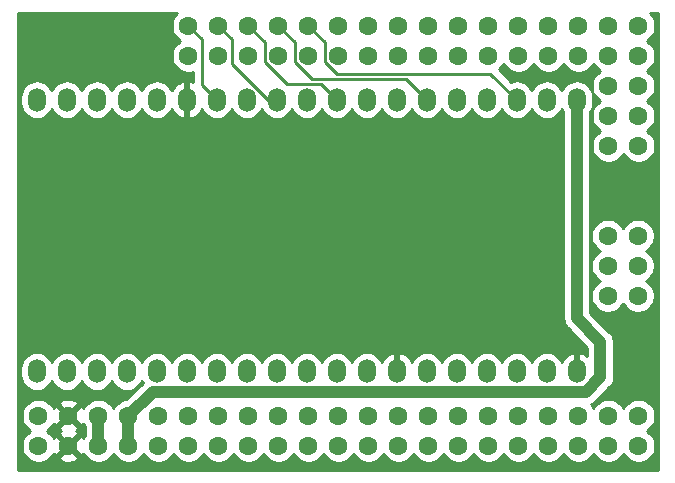
<source format=gbr>
%TF.GenerationSoftware,KiCad,Pcbnew,(5.1.6)-1*%
%TF.CreationDate,2022-06-29T11:00:19-07:00*%
%TF.ProjectId,ESP32 Adapter Board,45535033-3220-4416-9461-707465722042,rev?*%
%TF.SameCoordinates,Original*%
%TF.FileFunction,Copper,L2,Bot*%
%TF.FilePolarity,Positive*%
%FSLAX46Y46*%
G04 Gerber Fmt 4.6, Leading zero omitted, Abs format (unit mm)*
G04 Created by KiCad (PCBNEW (5.1.6)-1) date 2022-06-29 11:00:19*
%MOMM*%
%LPD*%
G01*
G04 APERTURE LIST*
%TA.AperFunction,ComponentPad*%
%ADD10O,1.500000X2.000000*%
%TD*%
%TA.AperFunction,ComponentPad*%
%ADD11C,1.600000*%
%TD*%
%TA.AperFunction,Conductor*%
%ADD12C,1.000000*%
%TD*%
%TA.AperFunction,Conductor*%
%ADD13C,0.250000*%
%TD*%
%TA.AperFunction,Conductor*%
%ADD14C,0.254000*%
%TD*%
G04 APERTURE END LIST*
D10*
%TO.P,U1,38*%
%TO.N,GND*%
X187000000Y-83500000D03*
%TO.P,U1,37*%
%TO.N,MOSI*%
X184460000Y-83500000D03*
%TO.P,U1,36*%
%TO.N,SCL*%
X181920000Y-83500000D03*
%TO.P,U1,35*%
%TO.N,BUS_CONNECT_SIGNAL*%
X179380000Y-83500000D03*
%TO.P,U1,34*%
%TO.N,STATUS_CHECK*%
X176840000Y-83500000D03*
%TO.P,U1,33*%
%TO.N,SDA*%
X174300000Y-83500000D03*
%TO.P,U1,32*%
%TO.N,GND*%
X171760000Y-83500000D03*
%TO.P,U1,31*%
%TO.N,MISO*%
X169220000Y-83500000D03*
%TO.P,U1,30*%
%TO.N,SCK*%
X166680000Y-83500000D03*
%TO.P,U1,29*%
%TO.N,CS*%
X164140000Y-83500000D03*
%TO.P,U1,28*%
%TO.N,EXTERNAL_INTERRUPT*%
X161600000Y-83500000D03*
%TO.P,U1,27*%
%TO.N,CHARGE_CONTROL_SIGNAL*%
X159060000Y-83500000D03*
%TO.P,U1,26*%
%TO.N,DATA*%
X156520000Y-83500000D03*
%TO.P,U1,25*%
%TO.N,Net-(U1-Pad25)*%
X153980000Y-83500000D03*
%TO.P,U1,24*%
%TO.N,Net-(U1-Pad24)*%
X151440000Y-83500000D03*
%TO.P,U1,23*%
%TO.N,Net-(U1-Pad23)*%
X148900000Y-83500000D03*
%TO.P,U1,22*%
%TO.N,Net-(U1-Pad22)*%
X146360000Y-83500000D03*
%TO.P,U1,21*%
%TO.N,Net-(U1-Pad21)*%
X143820000Y-83500000D03*
%TO.P,U1,20*%
%TO.N,Net-(U1-Pad20)*%
X141280000Y-83500000D03*
%TO.P,U1,19*%
%TO.N,5V*%
X141280000Y-60500000D03*
%TO.P,U1,18*%
%TO.N,Net-(U1-Pad18)*%
X143820000Y-60500000D03*
%TO.P,U1,17*%
%TO.N,Net-(U1-Pad17)*%
X146360000Y-60500000D03*
%TO.P,U1,16*%
%TO.N,Net-(U1-Pad16)*%
X148900000Y-60500000D03*
%TO.P,U1,15*%
%TO.N,Net-(U1-Pad15)*%
X151440000Y-60500000D03*
%TO.P,U1,14*%
%TO.N,GND*%
X153980000Y-60500000D03*
%TO.P,U1,13*%
%TO.N,A0*%
X156520000Y-60500000D03*
%TO.P,U1,12*%
%TO.N,A1*%
X159060000Y-60500000D03*
%TO.P,U1,11*%
%TO.N,A2*%
X161600000Y-60500000D03*
%TO.P,U1,10*%
%TO.N,A3*%
X164140000Y-60500000D03*
%TO.P,U1,9*%
%TO.N,A4*%
X166680000Y-60500000D03*
%TO.P,U1,8*%
%TO.N,Net-(U1-Pad8)*%
X169220000Y-60500000D03*
%TO.P,U1,7*%
%TO.N,A5*%
X171760000Y-60500000D03*
%TO.P,U1,6*%
%TO.N,A6*%
X174300000Y-60500000D03*
%TO.P,U1,5*%
%TO.N,A7*%
X176840000Y-60500000D03*
%TO.P,U1,4*%
%TO.N,A9*%
X179380000Y-60500000D03*
%TO.P,U1,3*%
%TO.N,A8*%
X181920000Y-60500000D03*
%TO.P,U1,2*%
%TO.N,Net-(U1-Pad2)*%
X184460000Y-60500000D03*
%TO.P,U1,1*%
%TO.N,3V3*%
X187000000Y-60500000D03*
%TD*%
D11*
%TO.P,U2,74*%
%TO.N,Net-(U2-Pad74)*%
X192229999Y-56760000D03*
%TO.P,U2,73*%
%TO.N,Net-(U2-Pad73)*%
X192229999Y-54220000D03*
%TO.P,U2,72*%
%TO.N,Net-(U2-Pad72)*%
X189689999Y-56760000D03*
%TO.P,U2,71*%
%TO.N,Net-(U2-Pad71)*%
X189689999Y-54220000D03*
%TO.P,U2,70*%
%TO.N,Net-(U2-Pad70)*%
X187149999Y-56760000D03*
%TO.P,U2,69*%
%TO.N,Net-(U2-Pad69)*%
X187149999Y-54220000D03*
%TO.P,U2,68*%
%TO.N,Net-(U2-Pad68)*%
X184609999Y-56760000D03*
%TO.P,U2,67*%
%TO.N,Net-(U2-Pad67)*%
X184609999Y-54220000D03*
%TO.P,U2,66*%
%TO.N,Net-(U2-Pad66)*%
X182069999Y-56760000D03*
%TO.P,U2,65*%
%TO.N,Net-(U2-Pad65)*%
X182069999Y-54220000D03*
%TO.P,U2,64*%
%TO.N,Net-(U2-Pad64)*%
X179529999Y-56760000D03*
%TO.P,U2,63*%
%TO.N,Net-(U2-Pad63)*%
X179529999Y-54220000D03*
%TO.P,U2,62*%
%TO.N,Net-(U2-Pad62)*%
X176989999Y-56760000D03*
%TO.P,U2,61*%
%TO.N,Net-(U2-Pad61)*%
X176989999Y-54220000D03*
%TO.P,U2,60*%
%TO.N,Net-(U2-Pad60)*%
X174449999Y-56760000D03*
%TO.P,U2,59*%
%TO.N,Net-(U2-Pad59)*%
X174449999Y-54220000D03*
%TO.P,U2,58*%
%TO.N,A15*%
X171909999Y-56760000D03*
%TO.P,U2,57*%
%TO.N,Net-(U2-Pad57)*%
X171909999Y-54220000D03*
%TO.P,U2,56*%
%TO.N,Net-(U2-Pad56)*%
X169369999Y-56760000D03*
%TO.P,U2,55*%
%TO.N,Net-(U2-Pad55)*%
X169369999Y-54220000D03*
%TO.P,U2,54*%
%TO.N,Net-(U2-Pad54)*%
X166829999Y-56760000D03*
%TO.P,U2,53*%
%TO.N,Net-(U2-Pad53)*%
X166829999Y-54220000D03*
%TO.P,U2,52*%
%TO.N,A9*%
X164289999Y-56760000D03*
%TO.P,U2,51*%
%TO.N,A8*%
X164289999Y-54220000D03*
%TO.P,U2,50*%
%TO.N,A7*%
X161749999Y-56760000D03*
%TO.P,U2,49*%
%TO.N,A6*%
X161749999Y-54220000D03*
%TO.P,U2,48*%
%TO.N,A5*%
X159209999Y-56760000D03*
%TO.P,U2,47*%
%TO.N,A4*%
X159209999Y-54220000D03*
%TO.P,U2,46*%
%TO.N,A3*%
X156669999Y-56760000D03*
%TO.P,U2,45*%
%TO.N,A2*%
X156669999Y-54220000D03*
%TO.P,U2,44*%
%TO.N,A1*%
X154129999Y-56760000D03*
%TO.P,U2,42*%
%TO.N,BUS_CONNECT_SIGNAL*%
X192229999Y-89780000D03*
%TO.P,U2,41*%
%TO.N,Net-(U2-Pad41)*%
X192229999Y-87240000D03*
%TO.P,U2,40*%
%TO.N,Net-(U2-Pad40)*%
X189689999Y-89780000D03*
%TO.P,U2,39*%
%TO.N,Net-(U2-Pad39)*%
X189689999Y-87240000D03*
%TO.P,U2,38*%
%TO.N,Net-(U2-Pad38)*%
X187149999Y-89780000D03*
%TO.P,U2,37*%
%TO.N,Net-(U2-Pad37)*%
X187149999Y-87240000D03*
%TO.P,U2,36*%
%TO.N,Net-(U2-Pad36)*%
X184609999Y-89780000D03*
%TO.P,U2,35*%
%TO.N,Net-(U2-Pad35)*%
X184609999Y-87240000D03*
%TO.P,U2,34*%
%TO.N,Net-(U2-Pad34)*%
X182069999Y-89780000D03*
%TO.P,U2,33*%
%TO.N,Net-(U2-Pad33)*%
X182069999Y-87240000D03*
%TO.P,U2,32*%
%TO.N,SCL*%
X179529999Y-89780000D03*
%TO.P,U2,31*%
%TO.N,SDA*%
X179529999Y-87240000D03*
%TO.P,U2,30*%
%TO.N,EXTERNAL_INTERRUPT*%
X176989999Y-89780000D03*
%TO.P,U2,29*%
%TO.N,STATUS_CHECK*%
X176989999Y-87240000D03*
%TO.P,U2,28*%
%TO.N,Net-(U2-Pad28)*%
X174449999Y-89780000D03*
%TO.P,U2,27*%
%TO.N,Net-(U2-Pad27)*%
X174449999Y-87240000D03*
%TO.P,U2,26*%
%TO.N,Net-(U2-Pad26)*%
X171909999Y-89780000D03*
%TO.P,U2,25*%
%TO.N,Net-(U2-Pad25)*%
X171909999Y-87240000D03*
%TO.P,U2,24*%
%TO.N,Net-(U2-Pad24)*%
X169369999Y-89780000D03*
%TO.P,U2,23*%
%TO.N,Net-(U2-Pad23)*%
X169369999Y-87240000D03*
%TO.P,U2,22*%
%TO.N,Net-(U2-Pad22)*%
X166829999Y-89780000D03*
%TO.P,U2,21*%
%TO.N,Net-(U2-Pad21)*%
X166829999Y-87240000D03*
%TO.P,U2,20*%
%TO.N,Net-(U2-Pad20)*%
X164289999Y-89780000D03*
%TO.P,U2,19*%
%TO.N,Net-(U2-Pad19)*%
X164289999Y-87240000D03*
%TO.P,U2,18*%
%TO.N,D7*%
X161749999Y-89780000D03*
%TO.P,U2,17*%
%TO.N,D6*%
X161749999Y-87240000D03*
%TO.P,U2,16*%
%TO.N,Net-(U2-Pad16)*%
X159209999Y-89780000D03*
%TO.P,U2,15*%
%TO.N,CHARGE_CONTROL_SIGNAL*%
X159209999Y-87240000D03*
%TO.P,U2,14*%
%TO.N,Net-(U2-Pad14)*%
X156669999Y-89780000D03*
%TO.P,U2,13*%
%TO.N,DATA*%
X156669999Y-87240000D03*
%TO.P,U2,12*%
%TO.N,Net-(U2-Pad12)*%
X154129999Y-89780000D03*
%TO.P,U2,11*%
%TO.N,Net-(U2-Pad11)*%
X154129999Y-87240000D03*
%TO.P,U2,10*%
%TO.N,Net-(U2-Pad10)*%
X151589999Y-89780000D03*
%TO.P,U2,9*%
%TO.N,AREF*%
X151589999Y-87240000D03*
%TO.P,U2,8*%
%TO.N,3V3*%
X149049999Y-89780000D03*
%TO.P,U2,7*%
X149049999Y-87240000D03*
%TO.P,U2,6*%
%TO.N,5V*%
X146509999Y-89780000D03*
%TO.P,U2,5*%
X146509999Y-87240000D03*
%TO.P,U2,4*%
%TO.N,GND*%
X143969999Y-89780000D03*
%TO.P,U2,3*%
X143969999Y-87240000D03*
%TO.P,U2,2*%
%TO.N,Net-(U2-Pad2)*%
X141429999Y-89780000D03*
%TO.P,U2,85*%
%TO.N,Net-(U2-Pad85)*%
X192169999Y-77080000D03*
%TO.P,U2,83*%
%TO.N,Net-(U2-Pad83)*%
X192169999Y-74540000D03*
%TO.P,U2,81*%
%TO.N,Net-(U2-Pad81)*%
X192169999Y-72000000D03*
%TO.P,U2,86*%
%TO.N,Net-(U2-Pad86)*%
X189629999Y-77080000D03*
%TO.P,U2,84*%
%TO.N,Net-(U2-Pad84)*%
X189629999Y-74540000D03*
%TO.P,U2,82*%
%TO.N,Net-(U2-Pad82)*%
X189629999Y-72000000D03*
%TO.P,U2,79*%
%TO.N,SCK*%
X192229999Y-64380000D03*
%TO.P,U2,77*%
%TO.N,MISO*%
X192229999Y-61840000D03*
%TO.P,U2,75*%
%TO.N,Net-(U2-Pad75)*%
X192229999Y-59300000D03*
%TO.P,U2,80*%
%TO.N,CS*%
X189689999Y-64380000D03*
%TO.P,U2,78*%
%TO.N,MOSI*%
X189689999Y-61840000D03*
%TO.P,U2,76*%
%TO.N,Net-(U2-Pad76)*%
X189689999Y-59300000D03*
%TO.P,U2,43*%
%TO.N,A0*%
X154129999Y-54220000D03*
%TO.P,U2,1*%
%TO.N,Net-(U2-Pad1)*%
X141429999Y-87240000D03*
%TD*%
D12*
%TO.N,5V*%
X146509999Y-89780000D02*
X146509999Y-87240000D01*
D13*
%TO.N,A8*%
X179694970Y-58274970D02*
X181920000Y-60500000D01*
X166679967Y-58274970D02*
X179694970Y-58274970D01*
X165704998Y-57300001D02*
X166679967Y-58274970D01*
X165704998Y-55634999D02*
X165704998Y-57300001D01*
X164289999Y-54220000D02*
X165704998Y-55634999D01*
%TO.N,A6*%
X164589977Y-58724980D02*
X172524980Y-58724980D01*
X163164998Y-57300001D02*
X164589977Y-58724980D01*
X163164998Y-55634999D02*
X163164998Y-57300001D01*
X172524980Y-58724980D02*
X174300000Y-60500000D01*
X161749999Y-54220000D02*
X163164998Y-55634999D01*
%TO.N,A4*%
X165354990Y-59174990D02*
X166680000Y-60500000D01*
X162499987Y-59174990D02*
X165354990Y-59174990D01*
X160624998Y-57300001D02*
X162499987Y-59174990D01*
X160624998Y-55634999D02*
X160624998Y-57300001D01*
X159209999Y-54220000D02*
X160624998Y-55634999D01*
%TO.N,A2*%
X160830293Y-60500000D02*
X161600000Y-60500000D01*
X157795000Y-57464707D02*
X160830293Y-60500000D01*
X157795000Y-55345001D02*
X157795000Y-57464707D01*
X156669999Y-54220000D02*
X157795000Y-55345001D01*
%TO.N,A0*%
X155255000Y-59235000D02*
X156520000Y-60500000D01*
X155255000Y-55345001D02*
X155255000Y-59235000D01*
X154129999Y-54220000D02*
X155255000Y-55345001D01*
D12*
%TO.N,3V3*%
X149049999Y-89780000D02*
X149049999Y-87240000D01*
X149049999Y-87240000D02*
X151089989Y-85200010D01*
X187000000Y-79000000D02*
X187000000Y-60500000D01*
X187799990Y-85200010D02*
X189000000Y-84000000D01*
X151089989Y-85200010D02*
X187799990Y-85200010D01*
X189000000Y-84000000D02*
X189000000Y-81000000D01*
X189000000Y-81000000D02*
X187000000Y-79000000D01*
%TD*%
D14*
%TO.N,GND*%
G36*
X153015362Y-53305241D02*
G01*
X152858319Y-53540273D01*
X152750146Y-53801426D01*
X152694999Y-54078665D01*
X152694999Y-54361335D01*
X152750146Y-54638574D01*
X152858319Y-54899727D01*
X153015362Y-55134759D01*
X153215240Y-55334637D01*
X153447758Y-55490000D01*
X153215240Y-55645363D01*
X153015362Y-55845241D01*
X152858319Y-56080273D01*
X152750146Y-56341426D01*
X152694999Y-56618665D01*
X152694999Y-56901335D01*
X152750146Y-57178574D01*
X152858319Y-57439727D01*
X153015362Y-57674759D01*
X153215240Y-57874637D01*
X153450272Y-58031680D01*
X153711425Y-58139853D01*
X153988664Y-58195000D01*
X154271334Y-58195000D01*
X154495001Y-58150509D01*
X154495001Y-58958286D01*
X154424236Y-58926513D01*
X154321185Y-58907682D01*
X154107000Y-59030344D01*
X154107000Y-60373000D01*
X154127000Y-60373000D01*
X154127000Y-60627000D01*
X154107000Y-60627000D01*
X154107000Y-61969656D01*
X154321185Y-62092318D01*
X154424236Y-62073487D01*
X154673900Y-61961390D01*
X154896897Y-61802740D01*
X155084658Y-61603634D01*
X155229968Y-61371724D01*
X155251550Y-61314971D01*
X155362843Y-61523187D01*
X155535919Y-61734080D01*
X155746812Y-61907157D01*
X155987419Y-62035764D01*
X156248493Y-62114960D01*
X156520000Y-62141701D01*
X156791506Y-62114960D01*
X157052580Y-62035764D01*
X157293187Y-61907157D01*
X157504080Y-61734081D01*
X157677157Y-61523188D01*
X157790000Y-61312073D01*
X157902843Y-61523187D01*
X158075919Y-61734080D01*
X158286812Y-61907157D01*
X158527419Y-62035764D01*
X158788493Y-62114960D01*
X159060000Y-62141701D01*
X159331506Y-62114960D01*
X159592580Y-62035764D01*
X159833187Y-61907157D01*
X160044080Y-61734081D01*
X160217157Y-61523188D01*
X160330000Y-61312073D01*
X160442843Y-61523187D01*
X160615919Y-61734080D01*
X160826812Y-61907157D01*
X161067419Y-62035764D01*
X161328493Y-62114960D01*
X161600000Y-62141701D01*
X161871506Y-62114960D01*
X162132580Y-62035764D01*
X162373187Y-61907157D01*
X162584080Y-61734081D01*
X162757157Y-61523188D01*
X162870000Y-61312073D01*
X162982843Y-61523187D01*
X163155919Y-61734080D01*
X163366812Y-61907157D01*
X163607419Y-62035764D01*
X163868493Y-62114960D01*
X164140000Y-62141701D01*
X164411506Y-62114960D01*
X164672580Y-62035764D01*
X164913187Y-61907157D01*
X165124080Y-61734081D01*
X165297157Y-61523188D01*
X165410000Y-61312073D01*
X165522843Y-61523187D01*
X165695919Y-61734080D01*
X165906812Y-61907157D01*
X166147419Y-62035764D01*
X166408493Y-62114960D01*
X166680000Y-62141701D01*
X166951506Y-62114960D01*
X167212580Y-62035764D01*
X167453187Y-61907157D01*
X167664080Y-61734081D01*
X167837157Y-61523188D01*
X167950000Y-61312073D01*
X168062843Y-61523187D01*
X168235919Y-61734080D01*
X168446812Y-61907157D01*
X168687419Y-62035764D01*
X168948493Y-62114960D01*
X169220000Y-62141701D01*
X169491506Y-62114960D01*
X169752580Y-62035764D01*
X169993187Y-61907157D01*
X170204080Y-61734081D01*
X170377157Y-61523188D01*
X170490000Y-61312073D01*
X170602843Y-61523187D01*
X170775919Y-61734080D01*
X170986812Y-61907157D01*
X171227419Y-62035764D01*
X171488493Y-62114960D01*
X171760000Y-62141701D01*
X172031506Y-62114960D01*
X172292580Y-62035764D01*
X172533187Y-61907157D01*
X172744080Y-61734081D01*
X172917157Y-61523188D01*
X173030000Y-61312073D01*
X173142843Y-61523187D01*
X173315919Y-61734080D01*
X173526812Y-61907157D01*
X173767419Y-62035764D01*
X174028493Y-62114960D01*
X174300000Y-62141701D01*
X174571506Y-62114960D01*
X174832580Y-62035764D01*
X175073187Y-61907157D01*
X175284080Y-61734081D01*
X175457157Y-61523188D01*
X175570000Y-61312073D01*
X175682843Y-61523187D01*
X175855919Y-61734080D01*
X176066812Y-61907157D01*
X176307419Y-62035764D01*
X176568493Y-62114960D01*
X176840000Y-62141701D01*
X177111506Y-62114960D01*
X177372580Y-62035764D01*
X177613187Y-61907157D01*
X177824080Y-61734081D01*
X177997157Y-61523188D01*
X178110000Y-61312073D01*
X178222843Y-61523187D01*
X178395919Y-61734080D01*
X178606812Y-61907157D01*
X178847419Y-62035764D01*
X179108493Y-62114960D01*
X179380000Y-62141701D01*
X179651506Y-62114960D01*
X179912580Y-62035764D01*
X180153187Y-61907157D01*
X180364080Y-61734081D01*
X180537157Y-61523188D01*
X180650000Y-61312073D01*
X180762843Y-61523187D01*
X180935919Y-61734080D01*
X181146812Y-61907157D01*
X181387419Y-62035764D01*
X181648493Y-62114960D01*
X181920000Y-62141701D01*
X182191506Y-62114960D01*
X182452580Y-62035764D01*
X182693187Y-61907157D01*
X182904080Y-61734081D01*
X183077157Y-61523188D01*
X183190000Y-61312073D01*
X183302843Y-61523187D01*
X183475919Y-61734080D01*
X183686812Y-61907157D01*
X183927419Y-62035764D01*
X184188493Y-62114960D01*
X184460000Y-62141701D01*
X184731506Y-62114960D01*
X184992580Y-62035764D01*
X185233187Y-61907157D01*
X185444080Y-61734081D01*
X185617157Y-61523188D01*
X185730000Y-61312073D01*
X185842843Y-61523187D01*
X185865001Y-61550186D01*
X185865000Y-78944249D01*
X185859509Y-79000000D01*
X185865000Y-79055751D01*
X185881423Y-79222498D01*
X185946324Y-79436446D01*
X186051716Y-79633623D01*
X186193551Y-79806449D01*
X186236865Y-79841996D01*
X187865001Y-81470133D01*
X187865001Y-82160339D01*
X187693900Y-82038610D01*
X187444236Y-81926513D01*
X187341185Y-81907682D01*
X187127000Y-82030344D01*
X187127000Y-83373000D01*
X187147000Y-83373000D01*
X187147000Y-83627000D01*
X187127000Y-83627000D01*
X187127000Y-83647000D01*
X186873000Y-83647000D01*
X186873000Y-83627000D01*
X186853000Y-83627000D01*
X186853000Y-83373000D01*
X186873000Y-83373000D01*
X186873000Y-82030344D01*
X186658815Y-81907682D01*
X186555764Y-81926513D01*
X186306100Y-82038610D01*
X186083103Y-82197260D01*
X185895342Y-82396366D01*
X185750032Y-82628276D01*
X185728451Y-82685029D01*
X185617157Y-82476812D01*
X185444081Y-82265919D01*
X185233188Y-82092843D01*
X184992581Y-81964236D01*
X184731507Y-81885040D01*
X184460000Y-81858299D01*
X184188494Y-81885040D01*
X183927420Y-81964236D01*
X183686813Y-82092843D01*
X183475920Y-82265919D01*
X183302843Y-82476812D01*
X183190000Y-82687927D01*
X183077157Y-82476812D01*
X182904081Y-82265919D01*
X182693188Y-82092843D01*
X182452581Y-81964236D01*
X182191507Y-81885040D01*
X181920000Y-81858299D01*
X181648494Y-81885040D01*
X181387420Y-81964236D01*
X181146813Y-82092843D01*
X180935920Y-82265919D01*
X180762843Y-82476812D01*
X180650000Y-82687927D01*
X180537157Y-82476812D01*
X180364081Y-82265919D01*
X180153188Y-82092843D01*
X179912581Y-81964236D01*
X179651507Y-81885040D01*
X179380000Y-81858299D01*
X179108494Y-81885040D01*
X178847420Y-81964236D01*
X178606813Y-82092843D01*
X178395920Y-82265919D01*
X178222843Y-82476812D01*
X178110000Y-82687927D01*
X177997157Y-82476812D01*
X177824081Y-82265919D01*
X177613188Y-82092843D01*
X177372581Y-81964236D01*
X177111507Y-81885040D01*
X176840000Y-81858299D01*
X176568494Y-81885040D01*
X176307420Y-81964236D01*
X176066813Y-82092843D01*
X175855920Y-82265919D01*
X175682843Y-82476812D01*
X175570000Y-82687927D01*
X175457157Y-82476812D01*
X175284081Y-82265919D01*
X175073188Y-82092843D01*
X174832581Y-81964236D01*
X174571507Y-81885040D01*
X174300000Y-81858299D01*
X174028494Y-81885040D01*
X173767420Y-81964236D01*
X173526813Y-82092843D01*
X173315920Y-82265919D01*
X173142843Y-82476812D01*
X173031549Y-82685028D01*
X173009968Y-82628276D01*
X172864658Y-82396366D01*
X172676897Y-82197260D01*
X172453900Y-82038610D01*
X172204236Y-81926513D01*
X172101185Y-81907682D01*
X171887000Y-82030344D01*
X171887000Y-83373000D01*
X171907000Y-83373000D01*
X171907000Y-83627000D01*
X171887000Y-83627000D01*
X171887000Y-83647000D01*
X171633000Y-83647000D01*
X171633000Y-83627000D01*
X171613000Y-83627000D01*
X171613000Y-83373000D01*
X171633000Y-83373000D01*
X171633000Y-82030344D01*
X171418815Y-81907682D01*
X171315764Y-81926513D01*
X171066100Y-82038610D01*
X170843103Y-82197260D01*
X170655342Y-82396366D01*
X170510032Y-82628276D01*
X170488451Y-82685029D01*
X170377157Y-82476812D01*
X170204081Y-82265919D01*
X169993188Y-82092843D01*
X169752581Y-81964236D01*
X169491507Y-81885040D01*
X169220000Y-81858299D01*
X168948494Y-81885040D01*
X168687420Y-81964236D01*
X168446813Y-82092843D01*
X168235920Y-82265919D01*
X168062843Y-82476812D01*
X167950000Y-82687927D01*
X167837157Y-82476812D01*
X167664081Y-82265919D01*
X167453188Y-82092843D01*
X167212581Y-81964236D01*
X166951507Y-81885040D01*
X166680000Y-81858299D01*
X166408494Y-81885040D01*
X166147420Y-81964236D01*
X165906813Y-82092843D01*
X165695920Y-82265919D01*
X165522843Y-82476812D01*
X165410000Y-82687927D01*
X165297157Y-82476812D01*
X165124081Y-82265919D01*
X164913188Y-82092843D01*
X164672581Y-81964236D01*
X164411507Y-81885040D01*
X164140000Y-81858299D01*
X163868494Y-81885040D01*
X163607420Y-81964236D01*
X163366813Y-82092843D01*
X163155920Y-82265919D01*
X162982843Y-82476812D01*
X162870000Y-82687927D01*
X162757157Y-82476812D01*
X162584081Y-82265919D01*
X162373188Y-82092843D01*
X162132581Y-81964236D01*
X161871507Y-81885040D01*
X161600000Y-81858299D01*
X161328494Y-81885040D01*
X161067420Y-81964236D01*
X160826813Y-82092843D01*
X160615920Y-82265919D01*
X160442843Y-82476812D01*
X160330000Y-82687927D01*
X160217157Y-82476812D01*
X160044081Y-82265919D01*
X159833188Y-82092843D01*
X159592581Y-81964236D01*
X159331507Y-81885040D01*
X159060000Y-81858299D01*
X158788494Y-81885040D01*
X158527420Y-81964236D01*
X158286813Y-82092843D01*
X158075920Y-82265919D01*
X157902843Y-82476812D01*
X157790000Y-82687927D01*
X157677157Y-82476812D01*
X157504081Y-82265919D01*
X157293188Y-82092843D01*
X157052581Y-81964236D01*
X156791507Y-81885040D01*
X156520000Y-81858299D01*
X156248494Y-81885040D01*
X155987420Y-81964236D01*
X155746813Y-82092843D01*
X155535920Y-82265919D01*
X155362843Y-82476812D01*
X155250000Y-82687927D01*
X155137157Y-82476812D01*
X154964081Y-82265919D01*
X154753188Y-82092843D01*
X154512581Y-81964236D01*
X154251507Y-81885040D01*
X153980000Y-81858299D01*
X153708494Y-81885040D01*
X153447420Y-81964236D01*
X153206813Y-82092843D01*
X152995920Y-82265919D01*
X152822843Y-82476812D01*
X152710000Y-82687927D01*
X152597157Y-82476812D01*
X152424081Y-82265919D01*
X152213188Y-82092843D01*
X151972581Y-81964236D01*
X151711507Y-81885040D01*
X151440000Y-81858299D01*
X151168494Y-81885040D01*
X150907420Y-81964236D01*
X150666813Y-82092843D01*
X150455920Y-82265919D01*
X150282843Y-82476812D01*
X150170000Y-82687927D01*
X150057157Y-82476812D01*
X149884081Y-82265919D01*
X149673188Y-82092843D01*
X149432581Y-81964236D01*
X149171507Y-81885040D01*
X148900000Y-81858299D01*
X148628494Y-81885040D01*
X148367420Y-81964236D01*
X148126813Y-82092843D01*
X147915920Y-82265919D01*
X147742843Y-82476812D01*
X147630000Y-82687927D01*
X147517157Y-82476812D01*
X147344081Y-82265919D01*
X147133188Y-82092843D01*
X146892581Y-81964236D01*
X146631507Y-81885040D01*
X146360000Y-81858299D01*
X146088494Y-81885040D01*
X145827420Y-81964236D01*
X145586813Y-82092843D01*
X145375920Y-82265919D01*
X145202843Y-82476812D01*
X145090000Y-82687927D01*
X144977157Y-82476812D01*
X144804081Y-82265919D01*
X144593188Y-82092843D01*
X144352581Y-81964236D01*
X144091507Y-81885040D01*
X143820000Y-81858299D01*
X143548494Y-81885040D01*
X143287420Y-81964236D01*
X143046813Y-82092843D01*
X142835920Y-82265919D01*
X142662843Y-82476812D01*
X142550000Y-82687927D01*
X142437157Y-82476812D01*
X142264081Y-82265919D01*
X142053188Y-82092843D01*
X141812581Y-81964236D01*
X141551507Y-81885040D01*
X141280000Y-81858299D01*
X141008494Y-81885040D01*
X140747420Y-81964236D01*
X140506813Y-82092843D01*
X140295920Y-82265919D01*
X140122843Y-82476812D01*
X139994236Y-82717419D01*
X139915040Y-82978493D01*
X139895000Y-83181963D01*
X139895000Y-83818036D01*
X139915040Y-84021506D01*
X139994236Y-84282580D01*
X140122843Y-84523187D01*
X140295919Y-84734080D01*
X140506812Y-84907157D01*
X140747419Y-85035764D01*
X141008493Y-85114960D01*
X141280000Y-85141701D01*
X141551506Y-85114960D01*
X141812580Y-85035764D01*
X142053187Y-84907157D01*
X142264080Y-84734081D01*
X142437157Y-84523188D01*
X142550000Y-84312073D01*
X142662843Y-84523187D01*
X142835919Y-84734080D01*
X143046812Y-84907157D01*
X143287419Y-85035764D01*
X143548493Y-85114960D01*
X143820000Y-85141701D01*
X144091506Y-85114960D01*
X144352580Y-85035764D01*
X144593187Y-84907157D01*
X144804080Y-84734081D01*
X144977157Y-84523188D01*
X145090000Y-84312073D01*
X145202843Y-84523187D01*
X145375919Y-84734080D01*
X145586812Y-84907157D01*
X145827419Y-85035764D01*
X146088493Y-85114960D01*
X146360000Y-85141701D01*
X146631506Y-85114960D01*
X146892580Y-85035764D01*
X147133187Y-84907157D01*
X147344080Y-84734081D01*
X147517157Y-84523188D01*
X147630000Y-84312073D01*
X147742843Y-84523187D01*
X147915919Y-84734080D01*
X148126812Y-84907157D01*
X148367419Y-85035764D01*
X148628493Y-85114960D01*
X148900000Y-85141701D01*
X149171506Y-85114960D01*
X149432580Y-85035764D01*
X149673187Y-84907157D01*
X149884080Y-84734081D01*
X150057157Y-84523188D01*
X150170000Y-84312073D01*
X150240638Y-84444228D01*
X148872717Y-85812150D01*
X148631425Y-85860147D01*
X148370272Y-85968320D01*
X148135240Y-86125363D01*
X147935362Y-86325241D01*
X147779999Y-86557759D01*
X147624636Y-86325241D01*
X147424758Y-86125363D01*
X147189726Y-85968320D01*
X146928573Y-85860147D01*
X146651334Y-85805000D01*
X146368664Y-85805000D01*
X146091425Y-85860147D01*
X145830272Y-85968320D01*
X145595240Y-86125363D01*
X145395362Y-86325241D01*
X145239084Y-86559128D01*
X145206670Y-86498486D01*
X144962701Y-86426903D01*
X144149604Y-87240000D01*
X144962701Y-88053097D01*
X145206670Y-87981514D01*
X145237193Y-87917008D01*
X145238319Y-87919727D01*
X145375000Y-88124285D01*
X145374999Y-88895716D01*
X145239084Y-89099128D01*
X145206670Y-89038486D01*
X144962701Y-88966903D01*
X144149604Y-89780000D01*
X144962701Y-90593097D01*
X145206670Y-90521514D01*
X145237193Y-90457008D01*
X145238319Y-90459727D01*
X145395362Y-90694759D01*
X145595240Y-90894637D01*
X145830272Y-91051680D01*
X146091425Y-91159853D01*
X146368664Y-91215000D01*
X146651334Y-91215000D01*
X146928573Y-91159853D01*
X147189726Y-91051680D01*
X147424758Y-90894637D01*
X147624636Y-90694759D01*
X147779999Y-90462241D01*
X147935362Y-90694759D01*
X148135240Y-90894637D01*
X148370272Y-91051680D01*
X148631425Y-91159853D01*
X148908664Y-91215000D01*
X149191334Y-91215000D01*
X149468573Y-91159853D01*
X149729726Y-91051680D01*
X149964758Y-90894637D01*
X150164636Y-90694759D01*
X150319999Y-90462241D01*
X150475362Y-90694759D01*
X150675240Y-90894637D01*
X150910272Y-91051680D01*
X151171425Y-91159853D01*
X151448664Y-91215000D01*
X151731334Y-91215000D01*
X152008573Y-91159853D01*
X152269726Y-91051680D01*
X152504758Y-90894637D01*
X152704636Y-90694759D01*
X152859999Y-90462241D01*
X153015362Y-90694759D01*
X153215240Y-90894637D01*
X153450272Y-91051680D01*
X153711425Y-91159853D01*
X153988664Y-91215000D01*
X154271334Y-91215000D01*
X154548573Y-91159853D01*
X154809726Y-91051680D01*
X155044758Y-90894637D01*
X155244636Y-90694759D01*
X155399999Y-90462241D01*
X155555362Y-90694759D01*
X155755240Y-90894637D01*
X155990272Y-91051680D01*
X156251425Y-91159853D01*
X156528664Y-91215000D01*
X156811334Y-91215000D01*
X157088573Y-91159853D01*
X157349726Y-91051680D01*
X157584758Y-90894637D01*
X157784636Y-90694759D01*
X157939999Y-90462241D01*
X158095362Y-90694759D01*
X158295240Y-90894637D01*
X158530272Y-91051680D01*
X158791425Y-91159853D01*
X159068664Y-91215000D01*
X159351334Y-91215000D01*
X159628573Y-91159853D01*
X159889726Y-91051680D01*
X160124758Y-90894637D01*
X160324636Y-90694759D01*
X160479999Y-90462241D01*
X160635362Y-90694759D01*
X160835240Y-90894637D01*
X161070272Y-91051680D01*
X161331425Y-91159853D01*
X161608664Y-91215000D01*
X161891334Y-91215000D01*
X162168573Y-91159853D01*
X162429726Y-91051680D01*
X162664758Y-90894637D01*
X162864636Y-90694759D01*
X163019999Y-90462241D01*
X163175362Y-90694759D01*
X163375240Y-90894637D01*
X163610272Y-91051680D01*
X163871425Y-91159853D01*
X164148664Y-91215000D01*
X164431334Y-91215000D01*
X164708573Y-91159853D01*
X164969726Y-91051680D01*
X165204758Y-90894637D01*
X165404636Y-90694759D01*
X165559999Y-90462241D01*
X165715362Y-90694759D01*
X165915240Y-90894637D01*
X166150272Y-91051680D01*
X166411425Y-91159853D01*
X166688664Y-91215000D01*
X166971334Y-91215000D01*
X167248573Y-91159853D01*
X167509726Y-91051680D01*
X167744758Y-90894637D01*
X167944636Y-90694759D01*
X168099999Y-90462241D01*
X168255362Y-90694759D01*
X168455240Y-90894637D01*
X168690272Y-91051680D01*
X168951425Y-91159853D01*
X169228664Y-91215000D01*
X169511334Y-91215000D01*
X169788573Y-91159853D01*
X170049726Y-91051680D01*
X170284758Y-90894637D01*
X170484636Y-90694759D01*
X170639999Y-90462241D01*
X170795362Y-90694759D01*
X170995240Y-90894637D01*
X171230272Y-91051680D01*
X171491425Y-91159853D01*
X171768664Y-91215000D01*
X172051334Y-91215000D01*
X172328573Y-91159853D01*
X172589726Y-91051680D01*
X172824758Y-90894637D01*
X173024636Y-90694759D01*
X173179999Y-90462241D01*
X173335362Y-90694759D01*
X173535240Y-90894637D01*
X173770272Y-91051680D01*
X174031425Y-91159853D01*
X174308664Y-91215000D01*
X174591334Y-91215000D01*
X174868573Y-91159853D01*
X175129726Y-91051680D01*
X175364758Y-90894637D01*
X175564636Y-90694759D01*
X175719999Y-90462241D01*
X175875362Y-90694759D01*
X176075240Y-90894637D01*
X176310272Y-91051680D01*
X176571425Y-91159853D01*
X176848664Y-91215000D01*
X177131334Y-91215000D01*
X177408573Y-91159853D01*
X177669726Y-91051680D01*
X177904758Y-90894637D01*
X178104636Y-90694759D01*
X178259999Y-90462241D01*
X178415362Y-90694759D01*
X178615240Y-90894637D01*
X178850272Y-91051680D01*
X179111425Y-91159853D01*
X179388664Y-91215000D01*
X179671334Y-91215000D01*
X179948573Y-91159853D01*
X180209726Y-91051680D01*
X180444758Y-90894637D01*
X180644636Y-90694759D01*
X180799999Y-90462241D01*
X180955362Y-90694759D01*
X181155240Y-90894637D01*
X181390272Y-91051680D01*
X181651425Y-91159853D01*
X181928664Y-91215000D01*
X182211334Y-91215000D01*
X182488573Y-91159853D01*
X182749726Y-91051680D01*
X182984758Y-90894637D01*
X183184636Y-90694759D01*
X183339999Y-90462241D01*
X183495362Y-90694759D01*
X183695240Y-90894637D01*
X183930272Y-91051680D01*
X184191425Y-91159853D01*
X184468664Y-91215000D01*
X184751334Y-91215000D01*
X185028573Y-91159853D01*
X185289726Y-91051680D01*
X185524758Y-90894637D01*
X185724636Y-90694759D01*
X185879999Y-90462241D01*
X186035362Y-90694759D01*
X186235240Y-90894637D01*
X186470272Y-91051680D01*
X186731425Y-91159853D01*
X187008664Y-91215000D01*
X187291334Y-91215000D01*
X187568573Y-91159853D01*
X187829726Y-91051680D01*
X188064758Y-90894637D01*
X188264636Y-90694759D01*
X188419999Y-90462241D01*
X188575362Y-90694759D01*
X188775240Y-90894637D01*
X189010272Y-91051680D01*
X189271425Y-91159853D01*
X189548664Y-91215000D01*
X189831334Y-91215000D01*
X190108573Y-91159853D01*
X190369726Y-91051680D01*
X190604758Y-90894637D01*
X190804636Y-90694759D01*
X190959999Y-90462241D01*
X191115362Y-90694759D01*
X191315240Y-90894637D01*
X191550272Y-91051680D01*
X191811425Y-91159853D01*
X192088664Y-91215000D01*
X192371334Y-91215000D01*
X192648573Y-91159853D01*
X192909726Y-91051680D01*
X193144758Y-90894637D01*
X193344636Y-90694759D01*
X193501679Y-90459727D01*
X193609852Y-90198574D01*
X193664999Y-89921335D01*
X193664999Y-89638665D01*
X193609852Y-89361426D01*
X193501679Y-89100273D01*
X193344636Y-88865241D01*
X193144758Y-88665363D01*
X192912240Y-88510000D01*
X193144758Y-88354637D01*
X193344636Y-88154759D01*
X193501679Y-87919727D01*
X193609852Y-87658574D01*
X193664999Y-87381335D01*
X193664999Y-87098665D01*
X193609852Y-86821426D01*
X193501679Y-86560273D01*
X193344636Y-86325241D01*
X193144758Y-86125363D01*
X192909726Y-85968320D01*
X192648573Y-85860147D01*
X192371334Y-85805000D01*
X192088664Y-85805000D01*
X191811425Y-85860147D01*
X191550272Y-85968320D01*
X191315240Y-86125363D01*
X191115362Y-86325241D01*
X190959999Y-86557759D01*
X190804636Y-86325241D01*
X190604758Y-86125363D01*
X190369726Y-85968320D01*
X190108573Y-85860147D01*
X189831334Y-85805000D01*
X189548664Y-85805000D01*
X189271425Y-85860147D01*
X189010272Y-85968320D01*
X188775240Y-86125363D01*
X188575362Y-86325241D01*
X188419999Y-86557759D01*
X188264636Y-86325241D01*
X188203172Y-86263777D01*
X188236437Y-86253686D01*
X188433613Y-86148294D01*
X188606439Y-86006459D01*
X188641986Y-85963145D01*
X189763140Y-84841992D01*
X189806449Y-84806449D01*
X189948284Y-84633623D01*
X190053676Y-84436447D01*
X190118577Y-84222499D01*
X190135000Y-84055752D01*
X190135000Y-84055743D01*
X190140490Y-84000001D01*
X190135000Y-83944259D01*
X190135000Y-81055751D01*
X190140491Y-80999999D01*
X190118577Y-80777500D01*
X190103471Y-80727705D01*
X190053676Y-80563553D01*
X189948284Y-80366377D01*
X189806449Y-80193551D01*
X189763141Y-80158009D01*
X188135000Y-78529869D01*
X188135000Y-71858665D01*
X188194999Y-71858665D01*
X188194999Y-72141335D01*
X188250146Y-72418574D01*
X188358319Y-72679727D01*
X188515362Y-72914759D01*
X188715240Y-73114637D01*
X188947758Y-73270000D01*
X188715240Y-73425363D01*
X188515362Y-73625241D01*
X188358319Y-73860273D01*
X188250146Y-74121426D01*
X188194999Y-74398665D01*
X188194999Y-74681335D01*
X188250146Y-74958574D01*
X188358319Y-75219727D01*
X188515362Y-75454759D01*
X188715240Y-75654637D01*
X188947758Y-75810000D01*
X188715240Y-75965363D01*
X188515362Y-76165241D01*
X188358319Y-76400273D01*
X188250146Y-76661426D01*
X188194999Y-76938665D01*
X188194999Y-77221335D01*
X188250146Y-77498574D01*
X188358319Y-77759727D01*
X188515362Y-77994759D01*
X188715240Y-78194637D01*
X188950272Y-78351680D01*
X189211425Y-78459853D01*
X189488664Y-78515000D01*
X189771334Y-78515000D01*
X190048573Y-78459853D01*
X190309726Y-78351680D01*
X190544758Y-78194637D01*
X190744636Y-77994759D01*
X190899999Y-77762241D01*
X191055362Y-77994759D01*
X191255240Y-78194637D01*
X191490272Y-78351680D01*
X191751425Y-78459853D01*
X192028664Y-78515000D01*
X192311334Y-78515000D01*
X192588573Y-78459853D01*
X192849726Y-78351680D01*
X193084758Y-78194637D01*
X193284636Y-77994759D01*
X193441679Y-77759727D01*
X193549852Y-77498574D01*
X193604999Y-77221335D01*
X193604999Y-76938665D01*
X193549852Y-76661426D01*
X193441679Y-76400273D01*
X193284636Y-76165241D01*
X193084758Y-75965363D01*
X192852240Y-75810000D01*
X193084758Y-75654637D01*
X193284636Y-75454759D01*
X193441679Y-75219727D01*
X193549852Y-74958574D01*
X193604999Y-74681335D01*
X193604999Y-74398665D01*
X193549852Y-74121426D01*
X193441679Y-73860273D01*
X193284636Y-73625241D01*
X193084758Y-73425363D01*
X192852240Y-73270000D01*
X193084758Y-73114637D01*
X193284636Y-72914759D01*
X193441679Y-72679727D01*
X193549852Y-72418574D01*
X193604999Y-72141335D01*
X193604999Y-71858665D01*
X193549852Y-71581426D01*
X193441679Y-71320273D01*
X193284636Y-71085241D01*
X193084758Y-70885363D01*
X192849726Y-70728320D01*
X192588573Y-70620147D01*
X192311334Y-70565000D01*
X192028664Y-70565000D01*
X191751425Y-70620147D01*
X191490272Y-70728320D01*
X191255240Y-70885363D01*
X191055362Y-71085241D01*
X190899999Y-71317759D01*
X190744636Y-71085241D01*
X190544758Y-70885363D01*
X190309726Y-70728320D01*
X190048573Y-70620147D01*
X189771334Y-70565000D01*
X189488664Y-70565000D01*
X189211425Y-70620147D01*
X188950272Y-70728320D01*
X188715240Y-70885363D01*
X188515362Y-71085241D01*
X188358319Y-71320273D01*
X188250146Y-71581426D01*
X188194999Y-71858665D01*
X188135000Y-71858665D01*
X188135000Y-61550186D01*
X188157157Y-61523188D01*
X188285764Y-61282581D01*
X188364960Y-61021507D01*
X188385000Y-60818037D01*
X188385000Y-60181964D01*
X188364960Y-59978494D01*
X188285764Y-59717420D01*
X188157157Y-59476812D01*
X187984081Y-59265919D01*
X187773188Y-59092843D01*
X187532581Y-58964236D01*
X187271507Y-58885040D01*
X187000000Y-58858299D01*
X186728494Y-58885040D01*
X186467420Y-58964236D01*
X186226813Y-59092843D01*
X186015920Y-59265919D01*
X185842843Y-59476812D01*
X185730000Y-59687927D01*
X185617157Y-59476812D01*
X185444081Y-59265919D01*
X185233188Y-59092843D01*
X184992581Y-58964236D01*
X184731507Y-58885040D01*
X184460000Y-58858299D01*
X184188494Y-58885040D01*
X183927420Y-58964236D01*
X183686813Y-59092843D01*
X183475920Y-59265919D01*
X183302843Y-59476812D01*
X183190000Y-59687927D01*
X183077157Y-59476812D01*
X182904081Y-59265919D01*
X182693188Y-59092843D01*
X182452581Y-58964236D01*
X182191507Y-58885040D01*
X181920000Y-58858299D01*
X181648494Y-58885040D01*
X181442369Y-58947567D01*
X180399607Y-57904806D01*
X180444758Y-57874637D01*
X180644636Y-57674759D01*
X180799999Y-57442241D01*
X180955362Y-57674759D01*
X181155240Y-57874637D01*
X181390272Y-58031680D01*
X181651425Y-58139853D01*
X181928664Y-58195000D01*
X182211334Y-58195000D01*
X182488573Y-58139853D01*
X182749726Y-58031680D01*
X182984758Y-57874637D01*
X183184636Y-57674759D01*
X183339999Y-57442241D01*
X183495362Y-57674759D01*
X183695240Y-57874637D01*
X183930272Y-58031680D01*
X184191425Y-58139853D01*
X184468664Y-58195000D01*
X184751334Y-58195000D01*
X185028573Y-58139853D01*
X185289726Y-58031680D01*
X185524758Y-57874637D01*
X185724636Y-57674759D01*
X185879999Y-57442241D01*
X186035362Y-57674759D01*
X186235240Y-57874637D01*
X186470272Y-58031680D01*
X186731425Y-58139853D01*
X187008664Y-58195000D01*
X187291334Y-58195000D01*
X187568573Y-58139853D01*
X187829726Y-58031680D01*
X188064758Y-57874637D01*
X188264636Y-57674759D01*
X188419999Y-57442241D01*
X188575362Y-57674759D01*
X188775240Y-57874637D01*
X189007758Y-58030000D01*
X188775240Y-58185363D01*
X188575362Y-58385241D01*
X188418319Y-58620273D01*
X188310146Y-58881426D01*
X188254999Y-59158665D01*
X188254999Y-59441335D01*
X188310146Y-59718574D01*
X188418319Y-59979727D01*
X188575362Y-60214759D01*
X188775240Y-60414637D01*
X189007758Y-60570000D01*
X188775240Y-60725363D01*
X188575362Y-60925241D01*
X188418319Y-61160273D01*
X188310146Y-61421426D01*
X188254999Y-61698665D01*
X188254999Y-61981335D01*
X188310146Y-62258574D01*
X188418319Y-62519727D01*
X188575362Y-62754759D01*
X188775240Y-62954637D01*
X189007758Y-63110000D01*
X188775240Y-63265363D01*
X188575362Y-63465241D01*
X188418319Y-63700273D01*
X188310146Y-63961426D01*
X188254999Y-64238665D01*
X188254999Y-64521335D01*
X188310146Y-64798574D01*
X188418319Y-65059727D01*
X188575362Y-65294759D01*
X188775240Y-65494637D01*
X189010272Y-65651680D01*
X189271425Y-65759853D01*
X189548664Y-65815000D01*
X189831334Y-65815000D01*
X190108573Y-65759853D01*
X190369726Y-65651680D01*
X190604758Y-65494637D01*
X190804636Y-65294759D01*
X190959999Y-65062241D01*
X191115362Y-65294759D01*
X191315240Y-65494637D01*
X191550272Y-65651680D01*
X191811425Y-65759853D01*
X192088664Y-65815000D01*
X192371334Y-65815000D01*
X192648573Y-65759853D01*
X192909726Y-65651680D01*
X193144758Y-65494637D01*
X193344636Y-65294759D01*
X193501679Y-65059727D01*
X193609852Y-64798574D01*
X193664999Y-64521335D01*
X193664999Y-64238665D01*
X193609852Y-63961426D01*
X193501679Y-63700273D01*
X193344636Y-63465241D01*
X193144758Y-63265363D01*
X192912240Y-63110000D01*
X193144758Y-62954637D01*
X193344636Y-62754759D01*
X193501679Y-62519727D01*
X193609852Y-62258574D01*
X193664999Y-61981335D01*
X193664999Y-61698665D01*
X193609852Y-61421426D01*
X193501679Y-61160273D01*
X193344636Y-60925241D01*
X193144758Y-60725363D01*
X192912240Y-60570000D01*
X193144758Y-60414637D01*
X193344636Y-60214759D01*
X193501679Y-59979727D01*
X193609852Y-59718574D01*
X193664999Y-59441335D01*
X193664999Y-59158665D01*
X193609852Y-58881426D01*
X193501679Y-58620273D01*
X193344636Y-58385241D01*
X193144758Y-58185363D01*
X192912240Y-58030000D01*
X193144758Y-57874637D01*
X193344636Y-57674759D01*
X193501679Y-57439727D01*
X193609852Y-57178574D01*
X193664999Y-56901335D01*
X193664999Y-56618665D01*
X193609852Y-56341426D01*
X193501679Y-56080273D01*
X193344636Y-55845241D01*
X193144758Y-55645363D01*
X192912240Y-55490000D01*
X193144758Y-55334637D01*
X193344636Y-55134759D01*
X193501679Y-54899727D01*
X193609852Y-54638574D01*
X193664999Y-54361335D01*
X193664999Y-54078665D01*
X193609852Y-53801426D01*
X193501679Y-53540273D01*
X193344636Y-53305241D01*
X193199395Y-53160000D01*
X193840001Y-53160000D01*
X193840000Y-91840000D01*
X139660000Y-91840000D01*
X139660000Y-87098665D01*
X139994999Y-87098665D01*
X139994999Y-87381335D01*
X140050146Y-87658574D01*
X140158319Y-87919727D01*
X140315362Y-88154759D01*
X140515240Y-88354637D01*
X140747758Y-88510000D01*
X140515240Y-88665363D01*
X140315362Y-88865241D01*
X140158319Y-89100273D01*
X140050146Y-89361426D01*
X139994999Y-89638665D01*
X139994999Y-89921335D01*
X140050146Y-90198574D01*
X140158319Y-90459727D01*
X140315362Y-90694759D01*
X140515240Y-90894637D01*
X140750272Y-91051680D01*
X141011425Y-91159853D01*
X141288664Y-91215000D01*
X141571334Y-91215000D01*
X141848573Y-91159853D01*
X142109726Y-91051680D01*
X142344758Y-90894637D01*
X142466693Y-90772702D01*
X143156902Y-90772702D01*
X143228485Y-91016671D01*
X143483995Y-91137571D01*
X143758183Y-91206300D01*
X144040511Y-91220217D01*
X144320129Y-91178787D01*
X144586291Y-91083603D01*
X144711513Y-91016671D01*
X144783096Y-90772702D01*
X143969999Y-89959605D01*
X143156902Y-90772702D01*
X142466693Y-90772702D01*
X142544636Y-90694759D01*
X142700914Y-90460872D01*
X142733328Y-90521514D01*
X142977297Y-90593097D01*
X143790394Y-89780000D01*
X142977297Y-88966903D01*
X142733328Y-89038486D01*
X142702805Y-89102992D01*
X142701679Y-89100273D01*
X142544636Y-88865241D01*
X142344758Y-88665363D01*
X142112240Y-88510000D01*
X142344758Y-88354637D01*
X142466693Y-88232702D01*
X143156902Y-88232702D01*
X143228485Y-88476671D01*
X143294635Y-88507971D01*
X143228485Y-88543329D01*
X143156902Y-88787298D01*
X143969999Y-89600395D01*
X144783096Y-88787298D01*
X144711513Y-88543329D01*
X144645363Y-88512029D01*
X144711513Y-88476671D01*
X144783096Y-88232702D01*
X143969999Y-87419605D01*
X143156902Y-88232702D01*
X142466693Y-88232702D01*
X142544636Y-88154759D01*
X142700914Y-87920872D01*
X142733328Y-87981514D01*
X142977297Y-88053097D01*
X143790394Y-87240000D01*
X142977297Y-86426903D01*
X142733328Y-86498486D01*
X142702805Y-86562992D01*
X142701679Y-86560273D01*
X142544636Y-86325241D01*
X142466693Y-86247298D01*
X143156902Y-86247298D01*
X143969999Y-87060395D01*
X144783096Y-86247298D01*
X144711513Y-86003329D01*
X144456003Y-85882429D01*
X144181815Y-85813700D01*
X143899487Y-85799783D01*
X143619869Y-85841213D01*
X143353707Y-85936397D01*
X143228485Y-86003329D01*
X143156902Y-86247298D01*
X142466693Y-86247298D01*
X142344758Y-86125363D01*
X142109726Y-85968320D01*
X141848573Y-85860147D01*
X141571334Y-85805000D01*
X141288664Y-85805000D01*
X141011425Y-85860147D01*
X140750272Y-85968320D01*
X140515240Y-86125363D01*
X140315362Y-86325241D01*
X140158319Y-86560273D01*
X140050146Y-86821426D01*
X139994999Y-87098665D01*
X139660000Y-87098665D01*
X139660000Y-60181963D01*
X139895000Y-60181963D01*
X139895000Y-60818036D01*
X139915040Y-61021506D01*
X139994236Y-61282580D01*
X140122843Y-61523187D01*
X140295919Y-61734080D01*
X140506812Y-61907157D01*
X140747419Y-62035764D01*
X141008493Y-62114960D01*
X141280000Y-62141701D01*
X141551506Y-62114960D01*
X141812580Y-62035764D01*
X142053187Y-61907157D01*
X142264080Y-61734081D01*
X142437157Y-61523188D01*
X142550000Y-61312073D01*
X142662843Y-61523187D01*
X142835919Y-61734080D01*
X143046812Y-61907157D01*
X143287419Y-62035764D01*
X143548493Y-62114960D01*
X143820000Y-62141701D01*
X144091506Y-62114960D01*
X144352580Y-62035764D01*
X144593187Y-61907157D01*
X144804080Y-61734081D01*
X144977157Y-61523188D01*
X145090000Y-61312073D01*
X145202843Y-61523187D01*
X145375919Y-61734080D01*
X145586812Y-61907157D01*
X145827419Y-62035764D01*
X146088493Y-62114960D01*
X146360000Y-62141701D01*
X146631506Y-62114960D01*
X146892580Y-62035764D01*
X147133187Y-61907157D01*
X147344080Y-61734081D01*
X147517157Y-61523188D01*
X147630000Y-61312073D01*
X147742843Y-61523187D01*
X147915919Y-61734080D01*
X148126812Y-61907157D01*
X148367419Y-62035764D01*
X148628493Y-62114960D01*
X148900000Y-62141701D01*
X149171506Y-62114960D01*
X149432580Y-62035764D01*
X149673187Y-61907157D01*
X149884080Y-61734081D01*
X150057157Y-61523188D01*
X150170000Y-61312073D01*
X150282843Y-61523187D01*
X150455919Y-61734080D01*
X150666812Y-61907157D01*
X150907419Y-62035764D01*
X151168493Y-62114960D01*
X151440000Y-62141701D01*
X151711506Y-62114960D01*
X151972580Y-62035764D01*
X152213187Y-61907157D01*
X152424080Y-61734081D01*
X152597157Y-61523188D01*
X152708451Y-61314972D01*
X152730032Y-61371724D01*
X152875342Y-61603634D01*
X153063103Y-61802740D01*
X153286100Y-61961390D01*
X153535764Y-62073487D01*
X153638815Y-62092318D01*
X153853000Y-61969656D01*
X153853000Y-60627000D01*
X153833000Y-60627000D01*
X153833000Y-60373000D01*
X153853000Y-60373000D01*
X153853000Y-59030344D01*
X153638815Y-58907682D01*
X153535764Y-58926513D01*
X153286100Y-59038610D01*
X153063103Y-59197260D01*
X152875342Y-59396366D01*
X152730032Y-59628276D01*
X152708451Y-59685029D01*
X152597157Y-59476812D01*
X152424081Y-59265919D01*
X152213188Y-59092843D01*
X151972581Y-58964236D01*
X151711507Y-58885040D01*
X151440000Y-58858299D01*
X151168494Y-58885040D01*
X150907420Y-58964236D01*
X150666813Y-59092843D01*
X150455920Y-59265919D01*
X150282843Y-59476812D01*
X150170000Y-59687927D01*
X150057157Y-59476812D01*
X149884081Y-59265919D01*
X149673188Y-59092843D01*
X149432581Y-58964236D01*
X149171507Y-58885040D01*
X148900000Y-58858299D01*
X148628494Y-58885040D01*
X148367420Y-58964236D01*
X148126813Y-59092843D01*
X147915920Y-59265919D01*
X147742843Y-59476812D01*
X147630000Y-59687927D01*
X147517157Y-59476812D01*
X147344081Y-59265919D01*
X147133188Y-59092843D01*
X146892581Y-58964236D01*
X146631507Y-58885040D01*
X146360000Y-58858299D01*
X146088494Y-58885040D01*
X145827420Y-58964236D01*
X145586813Y-59092843D01*
X145375920Y-59265919D01*
X145202843Y-59476812D01*
X145090000Y-59687927D01*
X144977157Y-59476812D01*
X144804081Y-59265919D01*
X144593188Y-59092843D01*
X144352581Y-58964236D01*
X144091507Y-58885040D01*
X143820000Y-58858299D01*
X143548494Y-58885040D01*
X143287420Y-58964236D01*
X143046813Y-59092843D01*
X142835920Y-59265919D01*
X142662843Y-59476812D01*
X142550000Y-59687927D01*
X142437157Y-59476812D01*
X142264081Y-59265919D01*
X142053188Y-59092843D01*
X141812581Y-58964236D01*
X141551507Y-58885040D01*
X141280000Y-58858299D01*
X141008494Y-58885040D01*
X140747420Y-58964236D01*
X140506813Y-59092843D01*
X140295920Y-59265919D01*
X140122843Y-59476812D01*
X139994236Y-59717419D01*
X139915040Y-59978493D01*
X139895000Y-60181963D01*
X139660000Y-60181963D01*
X139660000Y-53160000D01*
X153160603Y-53160000D01*
X153015362Y-53305241D01*
G37*
X153015362Y-53305241D02*
X152858319Y-53540273D01*
X152750146Y-53801426D01*
X152694999Y-54078665D01*
X152694999Y-54361335D01*
X152750146Y-54638574D01*
X152858319Y-54899727D01*
X153015362Y-55134759D01*
X153215240Y-55334637D01*
X153447758Y-55490000D01*
X153215240Y-55645363D01*
X153015362Y-55845241D01*
X152858319Y-56080273D01*
X152750146Y-56341426D01*
X152694999Y-56618665D01*
X152694999Y-56901335D01*
X152750146Y-57178574D01*
X152858319Y-57439727D01*
X153015362Y-57674759D01*
X153215240Y-57874637D01*
X153450272Y-58031680D01*
X153711425Y-58139853D01*
X153988664Y-58195000D01*
X154271334Y-58195000D01*
X154495001Y-58150509D01*
X154495001Y-58958286D01*
X154424236Y-58926513D01*
X154321185Y-58907682D01*
X154107000Y-59030344D01*
X154107000Y-60373000D01*
X154127000Y-60373000D01*
X154127000Y-60627000D01*
X154107000Y-60627000D01*
X154107000Y-61969656D01*
X154321185Y-62092318D01*
X154424236Y-62073487D01*
X154673900Y-61961390D01*
X154896897Y-61802740D01*
X155084658Y-61603634D01*
X155229968Y-61371724D01*
X155251550Y-61314971D01*
X155362843Y-61523187D01*
X155535919Y-61734080D01*
X155746812Y-61907157D01*
X155987419Y-62035764D01*
X156248493Y-62114960D01*
X156520000Y-62141701D01*
X156791506Y-62114960D01*
X157052580Y-62035764D01*
X157293187Y-61907157D01*
X157504080Y-61734081D01*
X157677157Y-61523188D01*
X157790000Y-61312073D01*
X157902843Y-61523187D01*
X158075919Y-61734080D01*
X158286812Y-61907157D01*
X158527419Y-62035764D01*
X158788493Y-62114960D01*
X159060000Y-62141701D01*
X159331506Y-62114960D01*
X159592580Y-62035764D01*
X159833187Y-61907157D01*
X160044080Y-61734081D01*
X160217157Y-61523188D01*
X160330000Y-61312073D01*
X160442843Y-61523187D01*
X160615919Y-61734080D01*
X160826812Y-61907157D01*
X161067419Y-62035764D01*
X161328493Y-62114960D01*
X161600000Y-62141701D01*
X161871506Y-62114960D01*
X162132580Y-62035764D01*
X162373187Y-61907157D01*
X162584080Y-61734081D01*
X162757157Y-61523188D01*
X162870000Y-61312073D01*
X162982843Y-61523187D01*
X163155919Y-61734080D01*
X163366812Y-61907157D01*
X163607419Y-62035764D01*
X163868493Y-62114960D01*
X164140000Y-62141701D01*
X164411506Y-62114960D01*
X164672580Y-62035764D01*
X164913187Y-61907157D01*
X165124080Y-61734081D01*
X165297157Y-61523188D01*
X165410000Y-61312073D01*
X165522843Y-61523187D01*
X165695919Y-61734080D01*
X165906812Y-61907157D01*
X166147419Y-62035764D01*
X166408493Y-62114960D01*
X166680000Y-62141701D01*
X166951506Y-62114960D01*
X167212580Y-62035764D01*
X167453187Y-61907157D01*
X167664080Y-61734081D01*
X167837157Y-61523188D01*
X167950000Y-61312073D01*
X168062843Y-61523187D01*
X168235919Y-61734080D01*
X168446812Y-61907157D01*
X168687419Y-62035764D01*
X168948493Y-62114960D01*
X169220000Y-62141701D01*
X169491506Y-62114960D01*
X169752580Y-62035764D01*
X169993187Y-61907157D01*
X170204080Y-61734081D01*
X170377157Y-61523188D01*
X170490000Y-61312073D01*
X170602843Y-61523187D01*
X170775919Y-61734080D01*
X170986812Y-61907157D01*
X171227419Y-62035764D01*
X171488493Y-62114960D01*
X171760000Y-62141701D01*
X172031506Y-62114960D01*
X172292580Y-62035764D01*
X172533187Y-61907157D01*
X172744080Y-61734081D01*
X172917157Y-61523188D01*
X173030000Y-61312073D01*
X173142843Y-61523187D01*
X173315919Y-61734080D01*
X173526812Y-61907157D01*
X173767419Y-62035764D01*
X174028493Y-62114960D01*
X174300000Y-62141701D01*
X174571506Y-62114960D01*
X174832580Y-62035764D01*
X175073187Y-61907157D01*
X175284080Y-61734081D01*
X175457157Y-61523188D01*
X175570000Y-61312073D01*
X175682843Y-61523187D01*
X175855919Y-61734080D01*
X176066812Y-61907157D01*
X176307419Y-62035764D01*
X176568493Y-62114960D01*
X176840000Y-62141701D01*
X177111506Y-62114960D01*
X177372580Y-62035764D01*
X177613187Y-61907157D01*
X177824080Y-61734081D01*
X177997157Y-61523188D01*
X178110000Y-61312073D01*
X178222843Y-61523187D01*
X178395919Y-61734080D01*
X178606812Y-61907157D01*
X178847419Y-62035764D01*
X179108493Y-62114960D01*
X179380000Y-62141701D01*
X179651506Y-62114960D01*
X179912580Y-62035764D01*
X180153187Y-61907157D01*
X180364080Y-61734081D01*
X180537157Y-61523188D01*
X180650000Y-61312073D01*
X180762843Y-61523187D01*
X180935919Y-61734080D01*
X181146812Y-61907157D01*
X181387419Y-62035764D01*
X181648493Y-62114960D01*
X181920000Y-62141701D01*
X182191506Y-62114960D01*
X182452580Y-62035764D01*
X182693187Y-61907157D01*
X182904080Y-61734081D01*
X183077157Y-61523188D01*
X183190000Y-61312073D01*
X183302843Y-61523187D01*
X183475919Y-61734080D01*
X183686812Y-61907157D01*
X183927419Y-62035764D01*
X184188493Y-62114960D01*
X184460000Y-62141701D01*
X184731506Y-62114960D01*
X184992580Y-62035764D01*
X185233187Y-61907157D01*
X185444080Y-61734081D01*
X185617157Y-61523188D01*
X185730000Y-61312073D01*
X185842843Y-61523187D01*
X185865001Y-61550186D01*
X185865000Y-78944249D01*
X185859509Y-79000000D01*
X185865000Y-79055751D01*
X185881423Y-79222498D01*
X185946324Y-79436446D01*
X186051716Y-79633623D01*
X186193551Y-79806449D01*
X186236865Y-79841996D01*
X187865001Y-81470133D01*
X187865001Y-82160339D01*
X187693900Y-82038610D01*
X187444236Y-81926513D01*
X187341185Y-81907682D01*
X187127000Y-82030344D01*
X187127000Y-83373000D01*
X187147000Y-83373000D01*
X187147000Y-83627000D01*
X187127000Y-83627000D01*
X187127000Y-83647000D01*
X186873000Y-83647000D01*
X186873000Y-83627000D01*
X186853000Y-83627000D01*
X186853000Y-83373000D01*
X186873000Y-83373000D01*
X186873000Y-82030344D01*
X186658815Y-81907682D01*
X186555764Y-81926513D01*
X186306100Y-82038610D01*
X186083103Y-82197260D01*
X185895342Y-82396366D01*
X185750032Y-82628276D01*
X185728451Y-82685029D01*
X185617157Y-82476812D01*
X185444081Y-82265919D01*
X185233188Y-82092843D01*
X184992581Y-81964236D01*
X184731507Y-81885040D01*
X184460000Y-81858299D01*
X184188494Y-81885040D01*
X183927420Y-81964236D01*
X183686813Y-82092843D01*
X183475920Y-82265919D01*
X183302843Y-82476812D01*
X183190000Y-82687927D01*
X183077157Y-82476812D01*
X182904081Y-82265919D01*
X182693188Y-82092843D01*
X182452581Y-81964236D01*
X182191507Y-81885040D01*
X181920000Y-81858299D01*
X181648494Y-81885040D01*
X181387420Y-81964236D01*
X181146813Y-82092843D01*
X180935920Y-82265919D01*
X180762843Y-82476812D01*
X180650000Y-82687927D01*
X180537157Y-82476812D01*
X180364081Y-82265919D01*
X180153188Y-82092843D01*
X179912581Y-81964236D01*
X179651507Y-81885040D01*
X179380000Y-81858299D01*
X179108494Y-81885040D01*
X178847420Y-81964236D01*
X178606813Y-82092843D01*
X178395920Y-82265919D01*
X178222843Y-82476812D01*
X178110000Y-82687927D01*
X177997157Y-82476812D01*
X177824081Y-82265919D01*
X177613188Y-82092843D01*
X177372581Y-81964236D01*
X177111507Y-81885040D01*
X176840000Y-81858299D01*
X176568494Y-81885040D01*
X176307420Y-81964236D01*
X176066813Y-82092843D01*
X175855920Y-82265919D01*
X175682843Y-82476812D01*
X175570000Y-82687927D01*
X175457157Y-82476812D01*
X175284081Y-82265919D01*
X175073188Y-82092843D01*
X174832581Y-81964236D01*
X174571507Y-81885040D01*
X174300000Y-81858299D01*
X174028494Y-81885040D01*
X173767420Y-81964236D01*
X173526813Y-82092843D01*
X173315920Y-82265919D01*
X173142843Y-82476812D01*
X173031549Y-82685028D01*
X173009968Y-82628276D01*
X172864658Y-82396366D01*
X172676897Y-82197260D01*
X172453900Y-82038610D01*
X172204236Y-81926513D01*
X172101185Y-81907682D01*
X171887000Y-82030344D01*
X171887000Y-83373000D01*
X171907000Y-83373000D01*
X171907000Y-83627000D01*
X171887000Y-83627000D01*
X171887000Y-83647000D01*
X171633000Y-83647000D01*
X171633000Y-83627000D01*
X171613000Y-83627000D01*
X171613000Y-83373000D01*
X171633000Y-83373000D01*
X171633000Y-82030344D01*
X171418815Y-81907682D01*
X171315764Y-81926513D01*
X171066100Y-82038610D01*
X170843103Y-82197260D01*
X170655342Y-82396366D01*
X170510032Y-82628276D01*
X170488451Y-82685029D01*
X170377157Y-82476812D01*
X170204081Y-82265919D01*
X169993188Y-82092843D01*
X169752581Y-81964236D01*
X169491507Y-81885040D01*
X169220000Y-81858299D01*
X168948494Y-81885040D01*
X168687420Y-81964236D01*
X168446813Y-82092843D01*
X168235920Y-82265919D01*
X168062843Y-82476812D01*
X167950000Y-82687927D01*
X167837157Y-82476812D01*
X167664081Y-82265919D01*
X167453188Y-82092843D01*
X167212581Y-81964236D01*
X166951507Y-81885040D01*
X166680000Y-81858299D01*
X166408494Y-81885040D01*
X166147420Y-81964236D01*
X165906813Y-82092843D01*
X165695920Y-82265919D01*
X165522843Y-82476812D01*
X165410000Y-82687927D01*
X165297157Y-82476812D01*
X165124081Y-82265919D01*
X164913188Y-82092843D01*
X164672581Y-81964236D01*
X164411507Y-81885040D01*
X164140000Y-81858299D01*
X163868494Y-81885040D01*
X163607420Y-81964236D01*
X163366813Y-82092843D01*
X163155920Y-82265919D01*
X162982843Y-82476812D01*
X162870000Y-82687927D01*
X162757157Y-82476812D01*
X162584081Y-82265919D01*
X162373188Y-82092843D01*
X162132581Y-81964236D01*
X161871507Y-81885040D01*
X161600000Y-81858299D01*
X161328494Y-81885040D01*
X161067420Y-81964236D01*
X160826813Y-82092843D01*
X160615920Y-82265919D01*
X160442843Y-82476812D01*
X160330000Y-82687927D01*
X160217157Y-82476812D01*
X160044081Y-82265919D01*
X159833188Y-82092843D01*
X159592581Y-81964236D01*
X159331507Y-81885040D01*
X159060000Y-81858299D01*
X158788494Y-81885040D01*
X158527420Y-81964236D01*
X158286813Y-82092843D01*
X158075920Y-82265919D01*
X157902843Y-82476812D01*
X157790000Y-82687927D01*
X157677157Y-82476812D01*
X157504081Y-82265919D01*
X157293188Y-82092843D01*
X157052581Y-81964236D01*
X156791507Y-81885040D01*
X156520000Y-81858299D01*
X156248494Y-81885040D01*
X155987420Y-81964236D01*
X155746813Y-82092843D01*
X155535920Y-82265919D01*
X155362843Y-82476812D01*
X155250000Y-82687927D01*
X155137157Y-82476812D01*
X154964081Y-82265919D01*
X154753188Y-82092843D01*
X154512581Y-81964236D01*
X154251507Y-81885040D01*
X153980000Y-81858299D01*
X153708494Y-81885040D01*
X153447420Y-81964236D01*
X153206813Y-82092843D01*
X152995920Y-82265919D01*
X152822843Y-82476812D01*
X152710000Y-82687927D01*
X152597157Y-82476812D01*
X152424081Y-82265919D01*
X152213188Y-82092843D01*
X151972581Y-81964236D01*
X151711507Y-81885040D01*
X151440000Y-81858299D01*
X151168494Y-81885040D01*
X150907420Y-81964236D01*
X150666813Y-82092843D01*
X150455920Y-82265919D01*
X150282843Y-82476812D01*
X150170000Y-82687927D01*
X150057157Y-82476812D01*
X149884081Y-82265919D01*
X149673188Y-82092843D01*
X149432581Y-81964236D01*
X149171507Y-81885040D01*
X148900000Y-81858299D01*
X148628494Y-81885040D01*
X148367420Y-81964236D01*
X148126813Y-82092843D01*
X147915920Y-82265919D01*
X147742843Y-82476812D01*
X147630000Y-82687927D01*
X147517157Y-82476812D01*
X147344081Y-82265919D01*
X147133188Y-82092843D01*
X146892581Y-81964236D01*
X146631507Y-81885040D01*
X146360000Y-81858299D01*
X146088494Y-81885040D01*
X145827420Y-81964236D01*
X145586813Y-82092843D01*
X145375920Y-82265919D01*
X145202843Y-82476812D01*
X145090000Y-82687927D01*
X144977157Y-82476812D01*
X144804081Y-82265919D01*
X144593188Y-82092843D01*
X144352581Y-81964236D01*
X144091507Y-81885040D01*
X143820000Y-81858299D01*
X143548494Y-81885040D01*
X143287420Y-81964236D01*
X143046813Y-82092843D01*
X142835920Y-82265919D01*
X142662843Y-82476812D01*
X142550000Y-82687927D01*
X142437157Y-82476812D01*
X142264081Y-82265919D01*
X142053188Y-82092843D01*
X141812581Y-81964236D01*
X141551507Y-81885040D01*
X141280000Y-81858299D01*
X141008494Y-81885040D01*
X140747420Y-81964236D01*
X140506813Y-82092843D01*
X140295920Y-82265919D01*
X140122843Y-82476812D01*
X139994236Y-82717419D01*
X139915040Y-82978493D01*
X139895000Y-83181963D01*
X139895000Y-83818036D01*
X139915040Y-84021506D01*
X139994236Y-84282580D01*
X140122843Y-84523187D01*
X140295919Y-84734080D01*
X140506812Y-84907157D01*
X140747419Y-85035764D01*
X141008493Y-85114960D01*
X141280000Y-85141701D01*
X141551506Y-85114960D01*
X141812580Y-85035764D01*
X142053187Y-84907157D01*
X142264080Y-84734081D01*
X142437157Y-84523188D01*
X142550000Y-84312073D01*
X142662843Y-84523187D01*
X142835919Y-84734080D01*
X143046812Y-84907157D01*
X143287419Y-85035764D01*
X143548493Y-85114960D01*
X143820000Y-85141701D01*
X144091506Y-85114960D01*
X144352580Y-85035764D01*
X144593187Y-84907157D01*
X144804080Y-84734081D01*
X144977157Y-84523188D01*
X145090000Y-84312073D01*
X145202843Y-84523187D01*
X145375919Y-84734080D01*
X145586812Y-84907157D01*
X145827419Y-85035764D01*
X146088493Y-85114960D01*
X146360000Y-85141701D01*
X146631506Y-85114960D01*
X146892580Y-85035764D01*
X147133187Y-84907157D01*
X147344080Y-84734081D01*
X147517157Y-84523188D01*
X147630000Y-84312073D01*
X147742843Y-84523187D01*
X147915919Y-84734080D01*
X148126812Y-84907157D01*
X148367419Y-85035764D01*
X148628493Y-85114960D01*
X148900000Y-85141701D01*
X149171506Y-85114960D01*
X149432580Y-85035764D01*
X149673187Y-84907157D01*
X149884080Y-84734081D01*
X150057157Y-84523188D01*
X150170000Y-84312073D01*
X150240638Y-84444228D01*
X148872717Y-85812150D01*
X148631425Y-85860147D01*
X148370272Y-85968320D01*
X148135240Y-86125363D01*
X147935362Y-86325241D01*
X147779999Y-86557759D01*
X147624636Y-86325241D01*
X147424758Y-86125363D01*
X147189726Y-85968320D01*
X146928573Y-85860147D01*
X146651334Y-85805000D01*
X146368664Y-85805000D01*
X146091425Y-85860147D01*
X145830272Y-85968320D01*
X145595240Y-86125363D01*
X145395362Y-86325241D01*
X145239084Y-86559128D01*
X145206670Y-86498486D01*
X144962701Y-86426903D01*
X144149604Y-87240000D01*
X144962701Y-88053097D01*
X145206670Y-87981514D01*
X145237193Y-87917008D01*
X145238319Y-87919727D01*
X145375000Y-88124285D01*
X145374999Y-88895716D01*
X145239084Y-89099128D01*
X145206670Y-89038486D01*
X144962701Y-88966903D01*
X144149604Y-89780000D01*
X144962701Y-90593097D01*
X145206670Y-90521514D01*
X145237193Y-90457008D01*
X145238319Y-90459727D01*
X145395362Y-90694759D01*
X145595240Y-90894637D01*
X145830272Y-91051680D01*
X146091425Y-91159853D01*
X146368664Y-91215000D01*
X146651334Y-91215000D01*
X146928573Y-91159853D01*
X147189726Y-91051680D01*
X147424758Y-90894637D01*
X147624636Y-90694759D01*
X147779999Y-90462241D01*
X147935362Y-90694759D01*
X148135240Y-90894637D01*
X148370272Y-91051680D01*
X148631425Y-91159853D01*
X148908664Y-91215000D01*
X149191334Y-91215000D01*
X149468573Y-91159853D01*
X149729726Y-91051680D01*
X149964758Y-90894637D01*
X150164636Y-90694759D01*
X150319999Y-90462241D01*
X150475362Y-90694759D01*
X150675240Y-90894637D01*
X150910272Y-91051680D01*
X151171425Y-91159853D01*
X151448664Y-91215000D01*
X151731334Y-91215000D01*
X152008573Y-91159853D01*
X152269726Y-91051680D01*
X152504758Y-90894637D01*
X152704636Y-90694759D01*
X152859999Y-90462241D01*
X153015362Y-90694759D01*
X153215240Y-90894637D01*
X153450272Y-91051680D01*
X153711425Y-91159853D01*
X153988664Y-91215000D01*
X154271334Y-91215000D01*
X154548573Y-91159853D01*
X154809726Y-91051680D01*
X155044758Y-90894637D01*
X155244636Y-90694759D01*
X155399999Y-90462241D01*
X155555362Y-90694759D01*
X155755240Y-90894637D01*
X155990272Y-91051680D01*
X156251425Y-91159853D01*
X156528664Y-91215000D01*
X156811334Y-91215000D01*
X157088573Y-91159853D01*
X157349726Y-91051680D01*
X157584758Y-90894637D01*
X157784636Y-90694759D01*
X157939999Y-90462241D01*
X158095362Y-90694759D01*
X158295240Y-90894637D01*
X158530272Y-91051680D01*
X158791425Y-91159853D01*
X159068664Y-91215000D01*
X159351334Y-91215000D01*
X159628573Y-91159853D01*
X159889726Y-91051680D01*
X160124758Y-90894637D01*
X160324636Y-90694759D01*
X160479999Y-90462241D01*
X160635362Y-90694759D01*
X160835240Y-90894637D01*
X161070272Y-91051680D01*
X161331425Y-91159853D01*
X161608664Y-91215000D01*
X161891334Y-91215000D01*
X162168573Y-91159853D01*
X162429726Y-91051680D01*
X162664758Y-90894637D01*
X162864636Y-90694759D01*
X163019999Y-90462241D01*
X163175362Y-90694759D01*
X163375240Y-90894637D01*
X163610272Y-91051680D01*
X163871425Y-91159853D01*
X164148664Y-91215000D01*
X164431334Y-91215000D01*
X164708573Y-91159853D01*
X164969726Y-91051680D01*
X165204758Y-90894637D01*
X165404636Y-90694759D01*
X165559999Y-90462241D01*
X165715362Y-90694759D01*
X165915240Y-90894637D01*
X166150272Y-91051680D01*
X166411425Y-91159853D01*
X166688664Y-91215000D01*
X166971334Y-91215000D01*
X167248573Y-91159853D01*
X167509726Y-91051680D01*
X167744758Y-90894637D01*
X167944636Y-90694759D01*
X168099999Y-90462241D01*
X168255362Y-90694759D01*
X168455240Y-90894637D01*
X168690272Y-91051680D01*
X168951425Y-91159853D01*
X169228664Y-91215000D01*
X169511334Y-91215000D01*
X169788573Y-91159853D01*
X170049726Y-91051680D01*
X170284758Y-90894637D01*
X170484636Y-90694759D01*
X170639999Y-90462241D01*
X170795362Y-90694759D01*
X170995240Y-90894637D01*
X171230272Y-91051680D01*
X171491425Y-91159853D01*
X171768664Y-91215000D01*
X172051334Y-91215000D01*
X172328573Y-91159853D01*
X172589726Y-91051680D01*
X172824758Y-90894637D01*
X173024636Y-90694759D01*
X173179999Y-90462241D01*
X173335362Y-90694759D01*
X173535240Y-90894637D01*
X173770272Y-91051680D01*
X174031425Y-91159853D01*
X174308664Y-91215000D01*
X174591334Y-91215000D01*
X174868573Y-91159853D01*
X175129726Y-91051680D01*
X175364758Y-90894637D01*
X175564636Y-90694759D01*
X175719999Y-90462241D01*
X175875362Y-90694759D01*
X176075240Y-90894637D01*
X176310272Y-91051680D01*
X176571425Y-91159853D01*
X176848664Y-91215000D01*
X177131334Y-91215000D01*
X177408573Y-91159853D01*
X177669726Y-91051680D01*
X177904758Y-90894637D01*
X178104636Y-90694759D01*
X178259999Y-90462241D01*
X178415362Y-90694759D01*
X178615240Y-90894637D01*
X178850272Y-91051680D01*
X179111425Y-91159853D01*
X179388664Y-91215000D01*
X179671334Y-91215000D01*
X179948573Y-91159853D01*
X180209726Y-91051680D01*
X180444758Y-90894637D01*
X180644636Y-90694759D01*
X180799999Y-90462241D01*
X180955362Y-90694759D01*
X181155240Y-90894637D01*
X181390272Y-91051680D01*
X181651425Y-91159853D01*
X181928664Y-91215000D01*
X182211334Y-91215000D01*
X182488573Y-91159853D01*
X182749726Y-91051680D01*
X182984758Y-90894637D01*
X183184636Y-90694759D01*
X183339999Y-90462241D01*
X183495362Y-90694759D01*
X183695240Y-90894637D01*
X183930272Y-91051680D01*
X184191425Y-91159853D01*
X184468664Y-91215000D01*
X184751334Y-91215000D01*
X185028573Y-91159853D01*
X185289726Y-91051680D01*
X185524758Y-90894637D01*
X185724636Y-90694759D01*
X185879999Y-90462241D01*
X186035362Y-90694759D01*
X186235240Y-90894637D01*
X186470272Y-91051680D01*
X186731425Y-91159853D01*
X187008664Y-91215000D01*
X187291334Y-91215000D01*
X187568573Y-91159853D01*
X187829726Y-91051680D01*
X188064758Y-90894637D01*
X188264636Y-90694759D01*
X188419999Y-90462241D01*
X188575362Y-90694759D01*
X188775240Y-90894637D01*
X189010272Y-91051680D01*
X189271425Y-91159853D01*
X189548664Y-91215000D01*
X189831334Y-91215000D01*
X190108573Y-91159853D01*
X190369726Y-91051680D01*
X190604758Y-90894637D01*
X190804636Y-90694759D01*
X190959999Y-90462241D01*
X191115362Y-90694759D01*
X191315240Y-90894637D01*
X191550272Y-91051680D01*
X191811425Y-91159853D01*
X192088664Y-91215000D01*
X192371334Y-91215000D01*
X192648573Y-91159853D01*
X192909726Y-91051680D01*
X193144758Y-90894637D01*
X193344636Y-90694759D01*
X193501679Y-90459727D01*
X193609852Y-90198574D01*
X193664999Y-89921335D01*
X193664999Y-89638665D01*
X193609852Y-89361426D01*
X193501679Y-89100273D01*
X193344636Y-88865241D01*
X193144758Y-88665363D01*
X192912240Y-88510000D01*
X193144758Y-88354637D01*
X193344636Y-88154759D01*
X193501679Y-87919727D01*
X193609852Y-87658574D01*
X193664999Y-87381335D01*
X193664999Y-87098665D01*
X193609852Y-86821426D01*
X193501679Y-86560273D01*
X193344636Y-86325241D01*
X193144758Y-86125363D01*
X192909726Y-85968320D01*
X192648573Y-85860147D01*
X192371334Y-85805000D01*
X192088664Y-85805000D01*
X191811425Y-85860147D01*
X191550272Y-85968320D01*
X191315240Y-86125363D01*
X191115362Y-86325241D01*
X190959999Y-86557759D01*
X190804636Y-86325241D01*
X190604758Y-86125363D01*
X190369726Y-85968320D01*
X190108573Y-85860147D01*
X189831334Y-85805000D01*
X189548664Y-85805000D01*
X189271425Y-85860147D01*
X189010272Y-85968320D01*
X188775240Y-86125363D01*
X188575362Y-86325241D01*
X188419999Y-86557759D01*
X188264636Y-86325241D01*
X188203172Y-86263777D01*
X188236437Y-86253686D01*
X188433613Y-86148294D01*
X188606439Y-86006459D01*
X188641986Y-85963145D01*
X189763140Y-84841992D01*
X189806449Y-84806449D01*
X189948284Y-84633623D01*
X190053676Y-84436447D01*
X190118577Y-84222499D01*
X190135000Y-84055752D01*
X190135000Y-84055743D01*
X190140490Y-84000001D01*
X190135000Y-83944259D01*
X190135000Y-81055751D01*
X190140491Y-80999999D01*
X190118577Y-80777500D01*
X190103471Y-80727705D01*
X190053676Y-80563553D01*
X189948284Y-80366377D01*
X189806449Y-80193551D01*
X189763141Y-80158009D01*
X188135000Y-78529869D01*
X188135000Y-71858665D01*
X188194999Y-71858665D01*
X188194999Y-72141335D01*
X188250146Y-72418574D01*
X188358319Y-72679727D01*
X188515362Y-72914759D01*
X188715240Y-73114637D01*
X188947758Y-73270000D01*
X188715240Y-73425363D01*
X188515362Y-73625241D01*
X188358319Y-73860273D01*
X188250146Y-74121426D01*
X188194999Y-74398665D01*
X188194999Y-74681335D01*
X188250146Y-74958574D01*
X188358319Y-75219727D01*
X188515362Y-75454759D01*
X188715240Y-75654637D01*
X188947758Y-75810000D01*
X188715240Y-75965363D01*
X188515362Y-76165241D01*
X188358319Y-76400273D01*
X188250146Y-76661426D01*
X188194999Y-76938665D01*
X188194999Y-77221335D01*
X188250146Y-77498574D01*
X188358319Y-77759727D01*
X188515362Y-77994759D01*
X188715240Y-78194637D01*
X188950272Y-78351680D01*
X189211425Y-78459853D01*
X189488664Y-78515000D01*
X189771334Y-78515000D01*
X190048573Y-78459853D01*
X190309726Y-78351680D01*
X190544758Y-78194637D01*
X190744636Y-77994759D01*
X190899999Y-77762241D01*
X191055362Y-77994759D01*
X191255240Y-78194637D01*
X191490272Y-78351680D01*
X191751425Y-78459853D01*
X192028664Y-78515000D01*
X192311334Y-78515000D01*
X192588573Y-78459853D01*
X192849726Y-78351680D01*
X193084758Y-78194637D01*
X193284636Y-77994759D01*
X193441679Y-77759727D01*
X193549852Y-77498574D01*
X193604999Y-77221335D01*
X193604999Y-76938665D01*
X193549852Y-76661426D01*
X193441679Y-76400273D01*
X193284636Y-76165241D01*
X193084758Y-75965363D01*
X192852240Y-75810000D01*
X193084758Y-75654637D01*
X193284636Y-75454759D01*
X193441679Y-75219727D01*
X193549852Y-74958574D01*
X193604999Y-74681335D01*
X193604999Y-74398665D01*
X193549852Y-74121426D01*
X193441679Y-73860273D01*
X193284636Y-73625241D01*
X193084758Y-73425363D01*
X192852240Y-73270000D01*
X193084758Y-73114637D01*
X193284636Y-72914759D01*
X193441679Y-72679727D01*
X193549852Y-72418574D01*
X193604999Y-72141335D01*
X193604999Y-71858665D01*
X193549852Y-71581426D01*
X193441679Y-71320273D01*
X193284636Y-71085241D01*
X193084758Y-70885363D01*
X192849726Y-70728320D01*
X192588573Y-70620147D01*
X192311334Y-70565000D01*
X192028664Y-70565000D01*
X191751425Y-70620147D01*
X191490272Y-70728320D01*
X191255240Y-70885363D01*
X191055362Y-71085241D01*
X190899999Y-71317759D01*
X190744636Y-71085241D01*
X190544758Y-70885363D01*
X190309726Y-70728320D01*
X190048573Y-70620147D01*
X189771334Y-70565000D01*
X189488664Y-70565000D01*
X189211425Y-70620147D01*
X188950272Y-70728320D01*
X188715240Y-70885363D01*
X188515362Y-71085241D01*
X188358319Y-71320273D01*
X188250146Y-71581426D01*
X188194999Y-71858665D01*
X188135000Y-71858665D01*
X188135000Y-61550186D01*
X188157157Y-61523188D01*
X188285764Y-61282581D01*
X188364960Y-61021507D01*
X188385000Y-60818037D01*
X188385000Y-60181964D01*
X188364960Y-59978494D01*
X188285764Y-59717420D01*
X188157157Y-59476812D01*
X187984081Y-59265919D01*
X187773188Y-59092843D01*
X187532581Y-58964236D01*
X187271507Y-58885040D01*
X187000000Y-58858299D01*
X186728494Y-58885040D01*
X186467420Y-58964236D01*
X186226813Y-59092843D01*
X186015920Y-59265919D01*
X185842843Y-59476812D01*
X185730000Y-59687927D01*
X185617157Y-59476812D01*
X185444081Y-59265919D01*
X185233188Y-59092843D01*
X184992581Y-58964236D01*
X184731507Y-58885040D01*
X184460000Y-58858299D01*
X184188494Y-58885040D01*
X183927420Y-58964236D01*
X183686813Y-59092843D01*
X183475920Y-59265919D01*
X183302843Y-59476812D01*
X183190000Y-59687927D01*
X183077157Y-59476812D01*
X182904081Y-59265919D01*
X182693188Y-59092843D01*
X182452581Y-58964236D01*
X182191507Y-58885040D01*
X181920000Y-58858299D01*
X181648494Y-58885040D01*
X181442369Y-58947567D01*
X180399607Y-57904806D01*
X180444758Y-57874637D01*
X180644636Y-57674759D01*
X180799999Y-57442241D01*
X180955362Y-57674759D01*
X181155240Y-57874637D01*
X181390272Y-58031680D01*
X181651425Y-58139853D01*
X181928664Y-58195000D01*
X182211334Y-58195000D01*
X182488573Y-58139853D01*
X182749726Y-58031680D01*
X182984758Y-57874637D01*
X183184636Y-57674759D01*
X183339999Y-57442241D01*
X183495362Y-57674759D01*
X183695240Y-57874637D01*
X183930272Y-58031680D01*
X184191425Y-58139853D01*
X184468664Y-58195000D01*
X184751334Y-58195000D01*
X185028573Y-58139853D01*
X185289726Y-58031680D01*
X185524758Y-57874637D01*
X185724636Y-57674759D01*
X185879999Y-57442241D01*
X186035362Y-57674759D01*
X186235240Y-57874637D01*
X186470272Y-58031680D01*
X186731425Y-58139853D01*
X187008664Y-58195000D01*
X187291334Y-58195000D01*
X187568573Y-58139853D01*
X187829726Y-58031680D01*
X188064758Y-57874637D01*
X188264636Y-57674759D01*
X188419999Y-57442241D01*
X188575362Y-57674759D01*
X188775240Y-57874637D01*
X189007758Y-58030000D01*
X188775240Y-58185363D01*
X188575362Y-58385241D01*
X188418319Y-58620273D01*
X188310146Y-58881426D01*
X188254999Y-59158665D01*
X188254999Y-59441335D01*
X188310146Y-59718574D01*
X188418319Y-59979727D01*
X188575362Y-60214759D01*
X188775240Y-60414637D01*
X189007758Y-60570000D01*
X188775240Y-60725363D01*
X188575362Y-60925241D01*
X188418319Y-61160273D01*
X188310146Y-61421426D01*
X188254999Y-61698665D01*
X188254999Y-61981335D01*
X188310146Y-62258574D01*
X188418319Y-62519727D01*
X188575362Y-62754759D01*
X188775240Y-62954637D01*
X189007758Y-63110000D01*
X188775240Y-63265363D01*
X188575362Y-63465241D01*
X188418319Y-63700273D01*
X188310146Y-63961426D01*
X188254999Y-64238665D01*
X188254999Y-64521335D01*
X188310146Y-64798574D01*
X188418319Y-65059727D01*
X188575362Y-65294759D01*
X188775240Y-65494637D01*
X189010272Y-65651680D01*
X189271425Y-65759853D01*
X189548664Y-65815000D01*
X189831334Y-65815000D01*
X190108573Y-65759853D01*
X190369726Y-65651680D01*
X190604758Y-65494637D01*
X190804636Y-65294759D01*
X190959999Y-65062241D01*
X191115362Y-65294759D01*
X191315240Y-65494637D01*
X191550272Y-65651680D01*
X191811425Y-65759853D01*
X192088664Y-65815000D01*
X192371334Y-65815000D01*
X192648573Y-65759853D01*
X192909726Y-65651680D01*
X193144758Y-65494637D01*
X193344636Y-65294759D01*
X193501679Y-65059727D01*
X193609852Y-64798574D01*
X193664999Y-64521335D01*
X193664999Y-64238665D01*
X193609852Y-63961426D01*
X193501679Y-63700273D01*
X193344636Y-63465241D01*
X193144758Y-63265363D01*
X192912240Y-63110000D01*
X193144758Y-62954637D01*
X193344636Y-62754759D01*
X193501679Y-62519727D01*
X193609852Y-62258574D01*
X193664999Y-61981335D01*
X193664999Y-61698665D01*
X193609852Y-61421426D01*
X193501679Y-61160273D01*
X193344636Y-60925241D01*
X193144758Y-60725363D01*
X192912240Y-60570000D01*
X193144758Y-60414637D01*
X193344636Y-60214759D01*
X193501679Y-59979727D01*
X193609852Y-59718574D01*
X193664999Y-59441335D01*
X193664999Y-59158665D01*
X193609852Y-58881426D01*
X193501679Y-58620273D01*
X193344636Y-58385241D01*
X193144758Y-58185363D01*
X192912240Y-58030000D01*
X193144758Y-57874637D01*
X193344636Y-57674759D01*
X193501679Y-57439727D01*
X193609852Y-57178574D01*
X193664999Y-56901335D01*
X193664999Y-56618665D01*
X193609852Y-56341426D01*
X193501679Y-56080273D01*
X193344636Y-55845241D01*
X193144758Y-55645363D01*
X192912240Y-55490000D01*
X193144758Y-55334637D01*
X193344636Y-55134759D01*
X193501679Y-54899727D01*
X193609852Y-54638574D01*
X193664999Y-54361335D01*
X193664999Y-54078665D01*
X193609852Y-53801426D01*
X193501679Y-53540273D01*
X193344636Y-53305241D01*
X193199395Y-53160000D01*
X193840001Y-53160000D01*
X193840000Y-91840000D01*
X139660000Y-91840000D01*
X139660000Y-87098665D01*
X139994999Y-87098665D01*
X139994999Y-87381335D01*
X140050146Y-87658574D01*
X140158319Y-87919727D01*
X140315362Y-88154759D01*
X140515240Y-88354637D01*
X140747758Y-88510000D01*
X140515240Y-88665363D01*
X140315362Y-88865241D01*
X140158319Y-89100273D01*
X140050146Y-89361426D01*
X139994999Y-89638665D01*
X139994999Y-89921335D01*
X140050146Y-90198574D01*
X140158319Y-90459727D01*
X140315362Y-90694759D01*
X140515240Y-90894637D01*
X140750272Y-91051680D01*
X141011425Y-91159853D01*
X141288664Y-91215000D01*
X141571334Y-91215000D01*
X141848573Y-91159853D01*
X142109726Y-91051680D01*
X142344758Y-90894637D01*
X142466693Y-90772702D01*
X143156902Y-90772702D01*
X143228485Y-91016671D01*
X143483995Y-91137571D01*
X143758183Y-91206300D01*
X144040511Y-91220217D01*
X144320129Y-91178787D01*
X144586291Y-91083603D01*
X144711513Y-91016671D01*
X144783096Y-90772702D01*
X143969999Y-89959605D01*
X143156902Y-90772702D01*
X142466693Y-90772702D01*
X142544636Y-90694759D01*
X142700914Y-90460872D01*
X142733328Y-90521514D01*
X142977297Y-90593097D01*
X143790394Y-89780000D01*
X142977297Y-88966903D01*
X142733328Y-89038486D01*
X142702805Y-89102992D01*
X142701679Y-89100273D01*
X142544636Y-88865241D01*
X142344758Y-88665363D01*
X142112240Y-88510000D01*
X142344758Y-88354637D01*
X142466693Y-88232702D01*
X143156902Y-88232702D01*
X143228485Y-88476671D01*
X143294635Y-88507971D01*
X143228485Y-88543329D01*
X143156902Y-88787298D01*
X143969999Y-89600395D01*
X144783096Y-88787298D01*
X144711513Y-88543329D01*
X144645363Y-88512029D01*
X144711513Y-88476671D01*
X144783096Y-88232702D01*
X143969999Y-87419605D01*
X143156902Y-88232702D01*
X142466693Y-88232702D01*
X142544636Y-88154759D01*
X142700914Y-87920872D01*
X142733328Y-87981514D01*
X142977297Y-88053097D01*
X143790394Y-87240000D01*
X142977297Y-86426903D01*
X142733328Y-86498486D01*
X142702805Y-86562992D01*
X142701679Y-86560273D01*
X142544636Y-86325241D01*
X142466693Y-86247298D01*
X143156902Y-86247298D01*
X143969999Y-87060395D01*
X144783096Y-86247298D01*
X144711513Y-86003329D01*
X144456003Y-85882429D01*
X144181815Y-85813700D01*
X143899487Y-85799783D01*
X143619869Y-85841213D01*
X143353707Y-85936397D01*
X143228485Y-86003329D01*
X143156902Y-86247298D01*
X142466693Y-86247298D01*
X142344758Y-86125363D01*
X142109726Y-85968320D01*
X141848573Y-85860147D01*
X141571334Y-85805000D01*
X141288664Y-85805000D01*
X141011425Y-85860147D01*
X140750272Y-85968320D01*
X140515240Y-86125363D01*
X140315362Y-86325241D01*
X140158319Y-86560273D01*
X140050146Y-86821426D01*
X139994999Y-87098665D01*
X139660000Y-87098665D01*
X139660000Y-60181963D01*
X139895000Y-60181963D01*
X139895000Y-60818036D01*
X139915040Y-61021506D01*
X139994236Y-61282580D01*
X140122843Y-61523187D01*
X140295919Y-61734080D01*
X140506812Y-61907157D01*
X140747419Y-62035764D01*
X141008493Y-62114960D01*
X141280000Y-62141701D01*
X141551506Y-62114960D01*
X141812580Y-62035764D01*
X142053187Y-61907157D01*
X142264080Y-61734081D01*
X142437157Y-61523188D01*
X142550000Y-61312073D01*
X142662843Y-61523187D01*
X142835919Y-61734080D01*
X143046812Y-61907157D01*
X143287419Y-62035764D01*
X143548493Y-62114960D01*
X143820000Y-62141701D01*
X144091506Y-62114960D01*
X144352580Y-62035764D01*
X144593187Y-61907157D01*
X144804080Y-61734081D01*
X144977157Y-61523188D01*
X145090000Y-61312073D01*
X145202843Y-61523187D01*
X145375919Y-61734080D01*
X145586812Y-61907157D01*
X145827419Y-62035764D01*
X146088493Y-62114960D01*
X146360000Y-62141701D01*
X146631506Y-62114960D01*
X146892580Y-62035764D01*
X147133187Y-61907157D01*
X147344080Y-61734081D01*
X147517157Y-61523188D01*
X147630000Y-61312073D01*
X147742843Y-61523187D01*
X147915919Y-61734080D01*
X148126812Y-61907157D01*
X148367419Y-62035764D01*
X148628493Y-62114960D01*
X148900000Y-62141701D01*
X149171506Y-62114960D01*
X149432580Y-62035764D01*
X149673187Y-61907157D01*
X149884080Y-61734081D01*
X150057157Y-61523188D01*
X150170000Y-61312073D01*
X150282843Y-61523187D01*
X150455919Y-61734080D01*
X150666812Y-61907157D01*
X150907419Y-62035764D01*
X151168493Y-62114960D01*
X151440000Y-62141701D01*
X151711506Y-62114960D01*
X151972580Y-62035764D01*
X152213187Y-61907157D01*
X152424080Y-61734081D01*
X152597157Y-61523188D01*
X152708451Y-61314972D01*
X152730032Y-61371724D01*
X152875342Y-61603634D01*
X153063103Y-61802740D01*
X153286100Y-61961390D01*
X153535764Y-62073487D01*
X153638815Y-62092318D01*
X153853000Y-61969656D01*
X153853000Y-60627000D01*
X153833000Y-60627000D01*
X153833000Y-60373000D01*
X153853000Y-60373000D01*
X153853000Y-59030344D01*
X153638815Y-58907682D01*
X153535764Y-58926513D01*
X153286100Y-59038610D01*
X153063103Y-59197260D01*
X152875342Y-59396366D01*
X152730032Y-59628276D01*
X152708451Y-59685029D01*
X152597157Y-59476812D01*
X152424081Y-59265919D01*
X152213188Y-59092843D01*
X151972581Y-58964236D01*
X151711507Y-58885040D01*
X151440000Y-58858299D01*
X151168494Y-58885040D01*
X150907420Y-58964236D01*
X150666813Y-59092843D01*
X150455920Y-59265919D01*
X150282843Y-59476812D01*
X150170000Y-59687927D01*
X150057157Y-59476812D01*
X149884081Y-59265919D01*
X149673188Y-59092843D01*
X149432581Y-58964236D01*
X149171507Y-58885040D01*
X148900000Y-58858299D01*
X148628494Y-58885040D01*
X148367420Y-58964236D01*
X148126813Y-59092843D01*
X147915920Y-59265919D01*
X147742843Y-59476812D01*
X147630000Y-59687927D01*
X147517157Y-59476812D01*
X147344081Y-59265919D01*
X147133188Y-59092843D01*
X146892581Y-58964236D01*
X146631507Y-58885040D01*
X146360000Y-58858299D01*
X146088494Y-58885040D01*
X145827420Y-58964236D01*
X145586813Y-59092843D01*
X145375920Y-59265919D01*
X145202843Y-59476812D01*
X145090000Y-59687927D01*
X144977157Y-59476812D01*
X144804081Y-59265919D01*
X144593188Y-59092843D01*
X144352581Y-58964236D01*
X144091507Y-58885040D01*
X143820000Y-58858299D01*
X143548494Y-58885040D01*
X143287420Y-58964236D01*
X143046813Y-59092843D01*
X142835920Y-59265919D01*
X142662843Y-59476812D01*
X142550000Y-59687927D01*
X142437157Y-59476812D01*
X142264081Y-59265919D01*
X142053188Y-59092843D01*
X141812581Y-58964236D01*
X141551507Y-58885040D01*
X141280000Y-58858299D01*
X141008494Y-58885040D01*
X140747420Y-58964236D01*
X140506813Y-59092843D01*
X140295920Y-59265919D01*
X140122843Y-59476812D01*
X139994236Y-59717419D01*
X139915040Y-59978493D01*
X139895000Y-60181963D01*
X139660000Y-60181963D01*
X139660000Y-53160000D01*
X153160603Y-53160000D01*
X153015362Y-53305241D01*
%TD*%
M02*

</source>
